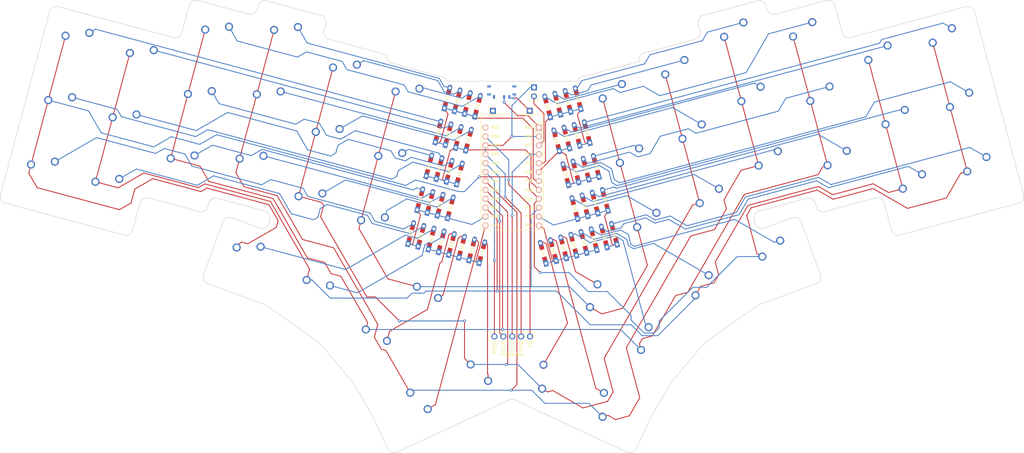
<source format=kicad_pcb>
(kicad_pcb (version 20211014) (generator pcbnew)
  (title_block (title "pcb") (rev "v1.0.0") (company "Unknown"))
  (layers (0 "F.Cu" signal) (31 "B.Cu" signal) (34 "B.Paste" user) (35 "F.Paste" user) (36 "B.SilkS" user "B.Silkscreen") (37 "F.SilkS" user "F.Silkscreen") (38 "B.Mask" user) (39 "F.Mask" user) (44 "Edge.Cuts" user))
  (net 0 "")
  (net 1 "farpinky_bottom")
  (net 2 "col1")
  (net 3 "farpinky_home")
  (net 4 "farpinky_top")
  (net 5 "pinky_bottom")
  (net 6 "col2")
  (net 7 "pinky_home")
  (net 8 "pinky_top")
  (net 9 "ring_bottom")
  (net 10 "col3")
  (net 11 "ring_home")
  (net 12 "ring_top")
  (net 13 "middle_bottom")
  (net 14 "col4")
  (net 15 "middle_home")
  (net 16 "middle_top")
  (net 17 "index_bottom")
  (net 18 "col5")
  (net 19 "index_home")
  (net 20 "index_top")
  (net 21 "inner_bottom")
  (net 22 "col6")
  (net 23 "inner_home")
  (net 24 "inner_top")
  (net 25 "tucky_thumb")
  (net 26 "near_thumb")
  (net 27 "home_thumb")
  (net 28 "home_top")
  (net 29 "far_thumb")
  (net 30 "far_top")
  (net 31 "mirror_farpinky_bottom")
  (net 32 "mirror_farpinky_home")
  (net 33 "mirror_farpinky_top")
  (net 34 "mirror_pinky_bottom")
  (net 35 "mirror_pinky_home")
  (net 36 "mirror_pinky_top")
  (net 37 "mirror_ring_bottom")
  (net 38 "mirror_ring_home")
  (net 39 "mirror_ring_top")
  (net 40 "mirror_middle_bottom")
  (net 41 "mirror_middle_home")
  (net 42 "mirror_middle_top")
  (net 43 "mirror_index_bottom")
  (net 44 "mirror_index_home")
  (net 45 "mirror_index_top")
  (net 46 "mirror_inner_bottom")
  (net 47 "mirror_inner_home")
  (net 48 "mirror_inner_top")
  (net 49 "mirror_tucky_thumb")
  (net 50 "mirror_near_thumb")
  (net 51 "mirror_home_thumb")
  (net 52 "mirror_home_top")
  (net 53 "mirror_far_thumb")
  (net 54 "mirror_far_top")
  (net 55 "RAW")
  (net 56 "GND")
  (net 57 "RST")
  (net 58 "VCC")
  (net 59 "P1")
  (net 60 "P0")
  (net 61 "P2")
  (net 62 "P3")
  (net 63 "row1")
  (net 64 "row2")
  (net 65 "row3")
  (net 66 "row1r")
  (net 67 "row2r")
  (net 68 "row3r")
  (net 69 "row4")
  (net 70 "row4r")
  (footprint "kbd:D3_TH_SMD_v2" (layer "F.Cu") (at 214.466261 82.334507 105)
    (fp_text reference "D36" hide)
    (fp_text value "D" hide)
  )
  (footprint "MX" (layer "F.Cu") (at 252.541159 138.291521 35)
    (fp_text reference "S44" hide)
    (fp_text value "" hide)
  )
  (footprint "MX" (layer "F.Cu") (at 289.938769 102.788635 15)
    (fp_text reference "S55" hide)
    (fp_text value "" hide)
  )
  (footprint "MX" (layer "F.Cu") (at 66.468945 86.19203 -15)
    (fp_text reference "S2" hide)
    (fp_text value "" hide)
  )
  (footprint "MX" (layer "F.Cu") (at 208.150582 162.642589 65)
    (fp_text reference "S72" hide)
    (fp_text value "" hide)
  )
  (footprint "MX" (layer "F.Cu") (at 265.37452 84.523979 15)
    (fp_text reference "S59" hide)
    (fp_text value "" hide)
  )
  (footprint "MX" (layer "F.Cu") (at 71.386508 67.839439 -15)
    (fp_text reference "S75" hide)
    (fp_text value "" hide)
  )
  (footprint "MX" (layer "F.Cu") (at 119.851196 128.448217 -20)
    (fp_text reference "S91" hide)
    (fp_text value "" hide)
  )
  (footprint "MX" (layer "F.Cu") (at 248.574846 95.237097 15)
    (fp_text reference "S38" hide)
    (fp_text value "" hide)
  )
  (footprint "kbd:D3_TH_SMD_v2" (layer "F.Cu") (at 185.839087 84.481079 75)
    (fp_text reference "D36" hide)
    (fp_text value "D" hide)
  )
  (footprint "kbd:D3_TH_SMD_v2" (layer "F.Cu") (at 169.381184 111.129481 75)
    (fp_text reference "D45" hide)
    (fp_text value "D" hide)
  )
  (footprint "MX" (layer "F.Cu") (at 138.760005 138.291519 -35)
    (fp_text reference "S20" hide)
    (fp_text value "" hide)
  )
  (footprint "kbd:D3_TH_SMD_v2" (layer "F.Cu") (at 172.278959 111.905939 75)
    (fp_text reference "D46" hide)
    (fp_text value "D" hide)
  )
  (footprint "kbd:D3_TH_SMD_v2" (layer "F.Cu") (at 224.819024 120.971539 105)
    (fp_text reference "D60" hide)
    (fp_text value "D" hide)
  )
  (footprint "MX" (layer "F.Cu") (at 61.551382 104.54462 -15)
    (fp_text reference "S73" hide)
    (fp_text value "" hide)
  )
  (footprint "MX" (layer "F.Cu") (at 89.739097 72.757001 -15)
    (fp_text reference "S6" hide)
    (fp_text value "" hide)
  )
  (footprint "MX" (layer "F.Cu") (at 319.914656 67.839439 15)
    (fp_text reference "S27" hide)
    (fp_text value "" hide)
  )
  (footprint "kbd:D3_TH_SMD_v2" (layer "F.Cu") (at 178.074517 113.458853 75)
    (fp_text reference "D48" hide)
    (fp_text value "D" hide)
  )
  (footprint "MX" (layer "F.Cu") (at 125.92664 84.523978 -15)
    (fp_text reference "S83" hide)
    (fp_text value "" hide)
  )
  (footprint "MX" (layer "F.Cu") (at 165.478833 83.733916 -15)
    (fp_text reference "S18" hide)
    (fp_text value "" hide)
  )
  (footprint "MX" (layer "F.Cu") (at 84.821534 91.109592 -15)
    (fp_text reference "S77" hide)
    (fp_text value "" hide)
  )
  (footprint "kbd:D3_TH_SMD_v2" (layer "F.Cu") (at 166.792994 120.78874 75)
    (fp_text reference "D49" hide)
    (fp_text value "D" hide)
  )
  (footprint "MX" (layer "F.Cu") (at 142.726315 95.237095 -15)
    (fp_text reference "S86" hide)
    (fp_text value "" hide)
  )
  (footprint "MX" (layer "F.Cu") (at 183.150583 162.642588 -65)
    (fp_text reference "S96" hide)
    (fp_text value "" hide)
  )
  (footprint "kbd:D3_TH_SMD_v2" (layer "F.Cu") (at 216.125692 123.300909 105)
    (fp_text reference "D57" hide)
    (fp_text value "D" hide)
  )
  (footprint "kbd:D3_TH_SMD_v2" (layer "F.Cu") (at 213.847087 103.205937 105)
    (fp_text reference "D42" hide)
    (fp_text value "D" hide)
  )
  (footprint "kbd:D3_TH_SMD_v2" (layer "F.Cu") (at 222.230833 111.312282 105)
    (fp_text reference "D48" hide)
    (fp_text value "D" hide)
  )
  (footprint "MX" (layer "F.Cu") (at 230.739894 102.086506 15)
    (fp_text reference "S65" hide)
    (fp_text value "" hide)
  )
  (footprint "MX" (layer "F.Cu") (at 252.541159 138.291521 35)
    (fp_text reference "S68" hide)
    (fp_text value "" hide)
  )
  (footprint "MX" (layer "F.Cu") (at 225.370428 170.672337 65)
    (fp_text reference "S71" hide)
    (fp_text value "" hide)
  )
  (footprint "kbd:D3_TH_SMD_v2" (layer "F.Cu") (at 219.642642 101.653024 105)
    (fp_text reference "D44" hide)
    (fp_text value "D" hide)
  )
  (footprint "MX" (layer "F.Cu") (at 154.476876 152.69338 -50)
    (fp_text reference "S21" hide)
    (fp_text value "" hide)
  )
  (footprint "MX" (layer "F.Cu") (at 121.009078 102.876569 -15)
    (fp_text reference "S82" hide)
    (fp_text value "" hide)
  )
  (footprint "MX" (layer "F.Cu") (at 137.808754 113.589683 -15)
    (fp_text reference "S13" hide)
    (fp_text value "" hide)
  )
  (footprint "kbd:D3_TH_SMD_v2" (layer "F.Cu") (at 177.76493 103.023139 75)
    (fp_text reference "D43" hide)
    (fp_text value "D" hide)
  )
  (footprint "MX" (layer "F.Cu") (at 71.386508 67.839439 -15)
    (fp_text reference "S3" hide)
    (fp_text value "" hide)
  )
  (footprint "MX" (layer "F.Cu") (at 235.657456 120.439099 15)
    (fp_text reference "S64" hide)
    (fp_text value "" hide)
  )
  (footprint "kbd:D3_TH_SMD_v2" (layer "F.Cu") (at 208.361119 94.323135 105)
    (fp_text reference "D37" hide)
    (fp_text value "D" hide)
  )
  (footprint "kbd:D3_TH_SMD_v2" (layer "F.Cu") (at 221.921246 121.747998 105)
    (fp_text reference "D59" hide)
    (fp_text value "D" hide)
  )
  (footprint "MX" (layer "F.Cu") (at 243.657284 76.884502 15)
    (fp_text reference "S39" hide)
    (fp_text value "" hide)
  )
  (footprint "MX" (layer "F.Cu") (at 125.92664 84.523978 -15)
    (fp_text reference "S11" hide)
    (fp_text value "" hide)
  )
  (footprint "MX" (layer "F.Cu") (at 236.824286 152.693379 50)
    (fp_text reference "S69" hide)
    (fp_text value "" hide)
  )
  (footprint "MX" (layer "F.Cu") (at 222.269444 140.48042 50)
    (fp_text reference "S46" hide)
    (fp_text value "" hide)
  )
  (footprint "kbd:D3_TH_SMD_v2" (layer "F.Cu") (at 175.176738 112.682393 75)
    (fp_text reference "D47" hide)
    (fp_text value "D" hide)
  )
  (footprint "MX" (layer "F.Cu") (at 253.492408 113.589681 15)
    (fp_text reference "S37" hide)
    (fp_text value "" hide)
  )
  (footprint "kbd:D3_TH_SMD_v2" (layer "F.Cu") (at 211.258894 93.546679 105)
    (fp_text reference "D38" hide)
    (fp_text value "D" hide)
  )
  (footprint "MX" (layer "F.Cu") (at 260.45696 66.171389 15)
    (fp_text reference "S36" hide)
    (fp_text value "" hide)
  )
  (footprint "MX" (layer "F.Cu") (at 183.150583 162.642588 -65)
    (fp_text reference "S24" hide)
    (fp_text value "" hide)
  )
  (footprint "kbd:D3_TH_SMD_v2" (layer "F.Cu") (at 177.455344 92.587419 75)
    (fp_text reference "D38" hide)
    (fp_text value "D" hide)
  )
  (footprint "nice_view:nice_view" (layer "F.Cu") (at 195.7 133.62)
    (fp_text reference "display*")
    (fp_text value "nice!view")
  )
  (footprint "MX" (layer "F.Cu") (at 121.009078 102.876569 -15)
    (fp_text reference "S10" hide)
    (fp_text value "" hide)
  )
  (footprint "kbd:D3_TH_SMD_v2" (layer "F.Cu") (at 175.486326 123.118112 75)
    (fp_text reference "D52" hide)
    (fp_text value "D" hide)
  )
  (footprint "MX" (layer "F.Cu") (at 306.479629 91.109592 15)
    (fp_text reference "S53" hide)
    (fp_text value "" hide)
  )
  (footprint "MX" (layer "F.Cu") (at 160.561269 102.086509 -15)
    (fp_text reference "S89" hide)
    (fp_text value "" hide)
  )
  (footprint "MX" (layer "F.Cu") (at 79.903975 109.462184 -15)
    (fp_text reference "S4" hide)
    (fp_text value "" hide)
  )
  (footprint "MX" (layer "F.Cu") (at 319.914656 67.839439 15)
    (fp_text reference "S51" hide)
    (fp_text value "" hide)
  )
  (footprint "kbd:D3_TH_SMD_v2" (layer "F.Cu") (at 205.772929 84.663876 105)
    (fp_text reference "D33" hide)
    (fp_text value "D" hide)
  )
  (footprint "MX" (layer "F.Cu") (at 106.279953 84.436044 -15)
    (fp_text reference "S80" hide)
    (fp_text value "" hide)
  )
  (footprint "kbd:D3_TH_SMD_v2" (layer "F.Cu") (at 178.384104 123.894566 75)
    (fp_text reference "D53" hide)
    (fp_text value "D" hide)
  )
  (footprint "MX" (layer "F.Cu") (at 285.021209 84.436044 15)
    (fp_text reference "S32" hide)
    (fp_text value "" hide)
  )
  (footprint "MX" (layer "F.Cu") (at 119.851196 128.448217 -20)
    (fp_text reference "S19" hide)
    (fp_text value "" hide)
  )
  (footprint "MX" (layer "F.Cu") (at 280.103648 66.083454 15)
    (fp_text reference "S33" hide)
    (fp_text value "" hide)
  )
  (footprint "Connector_PinHeader_2.54mm:PinHeader_1x01_P2.54mm_Vertical" (layer "F.Cu") (at 190.2 85.8)
    (fp_text reference "REF**" hide)
    (fp_text value "PinHeader_1x01_P2.54mm_Vertical" hide)
  )
  (footprint "Connector_PinHeader_2.54mm:PinHeader_1x02_P2.54mm_Vertical" (layer "F.Cu") (at 201.9 79.125)
    (fp_text reference "REF**" hide)
    (fp_text value "PinHeader_1x02_P2.54mm_Vertical" hide)
  )
  (footprint "MX" (layer "F.Cu") (at 230.739894 102.086506 15)
    (fp_text reference "S41" hide)
    (fp_text value "" hide)
  )
  (footprint "MX" (layer "F.Cu") (at 243.657284 76.884502 15)
    (fp_text reference "S63" hide)
    (fp_text value "" hide)
  )
  (footprint "MX" (layer "F.Cu") (at 324.832218 86.192029 15)
    (fp_text reference "S26" hide)
    (fp_text value "" hide)
  )
  (footprint "kbd:D3_TH_SMD_v2" (layer "F.Cu") (at 184.17966 125.44748 75)
    (fp_text reference "D55" hide)
    (fp_text value "D" hide)
  )
  (footprint "MX" (layer "F.Cu") (at 301.562066 72.757 15)
    (fp_text reference "S54" hide)
    (fp_text value "" hide)
  )
  (footprint "MX" (layer "F.Cu") (at 248.574846 95.237097 15)
    (fp_text reference "S62" hide)
    (fp_text value "" hide)
  )
  (footprint "kbd:D3_TH_SMD_v2" (layer "F.Cu") (at 216.744865 102.429481 105)
    (fp_text reference "D43" hide)
    (fp_text value "D" hide)
  )
  (footprint "MX" (layer "F.Cu") (at 66.468945 86.19203 -15)
    (fp_text reference "S74" hide)
    (fp_text value "" hide)
  )
  (footprint "MX" (layer "F.Cu") (at 165.478833 83.733916 -15)
    (fp_text reference "S90" hide)
    (fp_text value "" hide)
  )
  (footprint "MX" (layer "F.Cu") (at 271.449968 128.448217 20)
    (fp_text reference "S67" hide)
    (fp_text value "" hide)
  )
  (footprint "MX" (layer "F.Cu") (at 270.292083 102.876568 15)
    (fp_text reference "S34" hide)
    (fp_text value "" hide)
  )
  (footprint "MX" (layer "F.Cu") (at 253.492408 113.589681 15)
    (fp_text reference "S61" hide)
    (fp_text value "" hide)
  )
  (footprint "kbd:D3_TH_SMD_v2" (layer "F.Cu") (at 180.662706 103.799592 75)
    (fp_text reference "D44" hide)
    (fp_text value "D" hide)
  )
  (footprint "kbd:D3_TH_SMD_v2" (layer "F.Cu") (at 210.949307 103.982395 105)
    (fp_text reference "D41" hide)
    (fp_text value "D" hide)
  )
  (footprint "ProMicro" (layer "F.Cu") (at 195.696381 104.544622 -90)
    (fp_text reference "MCU1" hide)
    (fp_text value "" hide)
  )
  (footprint "MX" (layer "F.Cu") (at 208.150582 162.642589 65)
    (fp_text reference "S48" hide)
    (fp_text value "" hide)
  )
  (footprint "MX" (layer "F.Cu") (at 225.822334 83.733916 15)
    (fp_text reference "S42" hide)
    (fp_text value "" hide)
  )
  (footprint "MX" (layer "F.Cu") (at 165.930734 170.672336 -65)
    (fp_text reference "S23" hide)
    (fp_text value "" hide)
  )
  (footprint "MX" (layer "F.Cu") (at 260.45696 66.171389 15)
    (fp_text reference "S60" hide)
    (fp_text value "" hide)
  )
  (footprint "kbd:D3_TH_SMD_v2" (layer "F.Cu") (at 219.333057 112.088738 105)
    (fp_text reference "D47" hide)
    (fp_text value "D" hide)
  )
  (footprint "kbd:D3_TH_SMD_v2" (layer "F.Cu") (at 210.330135 124.853825 105)
    (fp_text reference "D51" hide)
    (fp_text value "D" hide)
  )
  (footprint "MX" (layer "F.Cu") (at 235.657456 120.439099 15)
    (fp_text reference "S40" hide)
    (fp_text value "" hide)
  )
  (footprint "MX" (layer "F.Cu") (at 138.760005 138.291519 -35)
    (fp_text reference "S92" hide)
    (fp_text value "" hide)
  )
  (footprint "MX" (layer "F.Cu") (at 169.03172 140.480418 -50)
    (fp_text reference "S22" hide)
    (fp_text value "" hide)
  )
  (footprint "MX" (layer "F.Cu") (at 147.64388 76.884502 -15)
    (fp_text reference "S15" hide)
    (fp_text value "" hide)
  )
  (footprint "Connector_PinHeader_2.54mm:PinHeader_1x01_P2.54mm_Vertical" (layer "F.Cu") (at 200.7 85.8)
    (fp_text reference "REF**" hide)
    (fp_text value "PinHeader_1x01_P2.54mm_Vertical" hide)
  )
  (footprint "MX" (layer "F.Cu") (at 311.39719 109.462184 15)
    (fp_text reference "S52" hide)
    (fp_text value "" hide)
  )
  (footprint "MX" (layer "F.Cu") (at 101.362393 102.788635 -15)
    (fp_text reference "S7" hide)
    (fp_text value "" hide)
  )
  (footprint "MX" (layer "F.Cu") (at 280.103648 66.083454 15)
    (fp_text reference "S57" hide)
    (fp_text value "" hide)
  )
  (footprint "MX" (layer "F.Cu") (at 101.362393 102.788635 -15)
    (fp_text reference "S79" hide)
    (fp_text value "" hide)
  )
  (footprint "kbd:D3_TH_SMD_v2" (layer "F.Cu") (at 208.670706 83.887418 105)
    (fp_text reference "D34" hide)
    (fp_text value "D" hide)
  )
  (footprint "MX" (layer "F.Cu") (at 137.808754 113.589683 -15)
    (fp_text reference "S85" hide)
    (fp_text value "" hide)
  )
  (footprint "MX" (layer "F.Cu") (at 89.739097 72.757001 -15)
    (fp_text reference "S78" hide)
    (fp_text value "" hide)
  )
  (footprint "kbd:D3_TH_SMD_v2" (layer "F.Cu") (at 213.537501 113.641651 105)
    (fp_text reference "D45" hide)
    (fp_text value "D" hide)
  )
  (footprint "MX" (layer "F.Cu") (at 169.03172 140.480418 -50)
    (fp_text reference "S94" hide)
    (fp_text value "" hide)
  )
  (footprint "kbd:D3_TH_SMD_v2" (layer "F.Cu") (at 214.156676 92.770222 105)
    (fp_text reference "D39" hide)
    (fp_text value "D" hide)
  )
  (footprint "MX" (layer "F.Cu") (at 289.938769 102.788635 15)
    (fp_text reference "S31" hide)
    (fp_text value "" hide)
  )
  (footprint "MX" (layer "F.Cu") (at 61.551382 104.54462 -15)
    (fp_text reference "S1" hide)
    (fp_text value "" hide)
  )
  (footprint "kbd:D3_TH_SMD_v2" (layer "F.Cu") (at 172.588548 122.341654 75)
    (fp_text reference "D51" hide)
    (fp_text value "D" hide)
  )
  (footprint "kbd:D3_TH_SMD_v2" (layer "F.Cu") (at 174.867152 102.246681 75)
    (fp_text reference "D42" hide)
    (fp_text value "D" hide)
  )
  (footprint "MX" (layer "F.Cu") (at 111.197516 66.083454 -15)
    (fp_text reference "S81" hide)
    (fp_text value "" hide)
  )
  (footprint "MX" (layer "F.Cu") (at 225.370428 170.672337 65)
    (fp_text reference "S47" hide)
    (fp_text value "" hide)
  )
  (footprint "kbd:D3_TH_SMD_v2" (layer "F.Cu") (at 204.534581 126.406739 105)
    (fp_text reference "D49" hide)
    (fp_text value "D" hide)
  )
  (footprint "MX" (layer "F.Cu") (at 165.930734 170.672336 -65)
    (fp_text reference "S95" hide)
    (fp_text value "" hide)
  )
  (footprint "kbd:D3_TH_SMD_v2" (layer "F.Cu") (at 174.557566 91.810965 75)
    (fp_text reference "D37" hide)
    (fp_text value "D" hide)
  )
  (footprint "MX" (layer "F.Cu") (at 84.821534 91.109592 -15)
    (fp_text reference "S5" hide)
    (fp_text value "" hide)
  )
  (footprint "kbd:D3_TH_SMD_v2" (layer "F.Cu") (at 213.227913 124.077369 105)
    (fp_text reference "D52" hide)
    (fp_text value "D" hide)
  )
  (footprint "kbd:D3_TH_SMD_v2" (layer "F.Cu") (at 207.432359 125.630282 105)
    (fp_text reference "D50" hide)
    (fp_text value "D" hide)
  )
  (footprint "MX" (layer "F.Cu") (at 265.37452 84.523979 15)
    (fp_text reference "S35" hide)
    (fp_text value "" hide)
  )
  (footprint "kbd:D3_TH_SMD_v2" (layer "F.Cu") (at 216.435277 112.865198 105)
    (fp_text reference "D46" hide)
    (fp_text value "D" hide)
  )
  (footprint "MX" (layer "F.Cu") (at 79.903975 109.462184 -15)
    (fp_text reference "S76" hide)
    (fp_text value "" hide)
  )
  (footprint "kbd:D3_TH_SMD_v2" (layer "F.Cu") (at 217.054452 91.993764 105)
    (fp_text reference "D40" hide)
    (fp_text value "D" hide)
  )
  (footprint "kbd:D3_TH_SMD_v2" (layer "F.Cu") (at 169.690771 121.565197 75)
    (fp_text reference "D50" hide)
    (fp_text value "D" hide)
  )
  (footprint "MX" (layer "F.Cu") (at 236.824286 152.693379 50)
    (fp_text reference "S45" hide)
    (fp_text value "" hide)
  )
  (footprint "kbd:D3_TH_SMD_v2" (layer "F.Cu") (at 183.2509 94.140335 75)
    (fp_text reference "D40" hide)
    (fp_text value "D" hide)
  )
  (footprint "MX" (layer "F.Cu") (at 329.749781 104.54462 15)
    (fp_text reference "S25" hide)
    (fp_text value "" hide)
  )
  (footprint "MX" (layer "F.Cu") (at 270.292083 102.876568 15)
    (fp_text reference "S58" hide)
    (fp_text value "" hide)
  )
  (footprint "MX" (layer "F.Cu") (at 222.269444 140.48042 50)
    (fp_text reference "S70" hide)
    (fp_text value "" hide)
  )
  (footprint "kbd:D3_TH_SMD_v2" (layer "F.Cu") (at 180.043532 82.928164 75)
    (fp_text reference "D34" hide)
    (fp_text value "D" hide)
  )
  (footprint "MX" (layer "F.Cu") (at 142.726315 95.237095 -15)
    (fp_text reference "S14" hide)
    (fp_text value "" hide)
  )
  (footprint "MX" (layer "F.Cu") (at 111.197516 66.083454 -15)
    (fp_text reference "S9" hide)
    (fp_text value "" hide)
  )
  (footprint "MX" (layer "F.Cu") (at 225.822334 83.733916 15)
    (fp_text reference "S66" hide)
    (fp_text value "" hide)
  )
  (footprint "MX" (layer "F.Cu") (at 155.643705 120.4391 -15)
    (fp_text reference "S88" hide)
    (fp_text value "" hide)
  )
  (footprint "kbd:D3_TH_SMD_v2" (layer "F.Cu") (at 182.941312 83.70462 75)
    (fp_text reference "D35" hide)
    (fp_text value "D" hide)
  )
  (footprint "kbd:D3_TH_SMD_v2" (layer "F.Cu") (at 181.281881 124.671025 75)
    (fp_text reference "D54" hide)
    (fp_text value "D" hide)
  )
  (footprint "kbd:D3_TH_SMD_v2" (layer "F.Cu") (at 180.353122 93.363876 75)
    (fp_text reference "D39" hide)
    (fp_text value "D" hide)
  )
  (footprint "kbd:D3_TH_SMD_v2" (layer "F.Cu") (at 211.568482 83.110964 105)
    (fp_text reference "D35" hide)
    (fp_text value "D" hide)
  )
  (footprint "MX" (layer "F.Cu") (at 130.844203 66.171386 -15)
    (fp_text reference "S12" hide)
    (fp_text value "" hide)
  )
  (footprint "MX" (layer "F.Cu") (at 130.844203 66.171386 -15)
    (fp_text reference "S84" hide)
    (fp_text value "" hide)
  )
  (footprint "MX" (layer "F.Cu") (at 306.479629 91.109592 15)
    (fp_text reference "S29" hide)
    (fp_text value "" hide)
  )
  (footprint "kbd:D3_TH_SMD_v2" (layer "F.Cu") (at 187.077435 126.223937 75)
    (fp_text reference "D56" hide)
    (fp_text value "D" hide)
  )
  (footprint "MX" (layer "F.Cu") (at 106.279953 84.436044 -15)
    (fp_text reference "S8" hide)
    (fp_text value "" hide)
  )
  (footprint "MX" (layer "F.Cu") (at 154.476876 152.69338 -50)
    (fp_text reference "S93" hide)
    (fp_text value "" hide)
  )
  (footprint "kbd:D3_TH_SMD_v2" (layer "F.Cu") (at 177.145754 82.151705 75)
    (fp_text reference "D33" hide)
    (fp_text value "D" hide)
  )
  (footprint "MX" (layer "F.Cu") (at 147.64388 76.884502 -15)
    (fp_text reference "S87" hide)
    (fp_text value "" hide)
  )
  (footprint "MX" (layer "F.Cu") (at 155.643705 120.4391 -15)
    (fp_text reference "S16" hide)
    (fp_text value "" hide)
  )
  (footprint "MX" (layer "F.Cu") (at 329.749781 104.54462 15)
    (fp_text reference "S49" hide)
    (fp_text value "" hide)
  )
  (footprint "kbd:D3_TH_SMD_v2" (layer "F.Cu") (at 219.023467 122.524452 105)
    (fp_text reference "D58" hide)
    (fp_text value "D" hide)
  )
  (footprint "kbd:D3_TH_SMD_v2" (layer "F.Cu") (at 171.969373 101.470223 75)
    (fp_text reference "D41" hide)
    (fp_text value "D" hide)
  )
  (footprint "MX" (layer "F.Cu") (at 271.449968 128.448217 20)
    (fp_text reference "S43" hide)
    (fp_text value "" hide)
  )
  (footprint "MX" (layer "F.Cu") (at 285.021209 84.436044 15)
    (fp_text reference "S56" hide)
    (fp_text value "" hide)
  )
  (footprint "MX" (layer "F.Cu") (at 311.39719 109.462184 15)
    (fp_text reference "S28" hide)
    (fp_text value "" hide)
  )
  (footprint "MX" (layer "F.Cu") (at 160.561269 102.086509 -15)
    (fp_text reference "S17" hide)
    (fp_text value "" hide)
  )
  (footprint "MX" (layer "F.Cu") (at 301.562066 72.757 15)
    (fp_text reference "S30" hide)
    (fp_text value "" hide)
  )
  (footprint "MX" (layer "F.Cu") (at 324.832218 86.192029 15)
    (fp_text reference "S50" hide)
    (fp_text value "" hide)
  )
  (footprint "switch:switch-MSK-12C02-smd" (layer "B.Cu") (at 192.7 78.6375 -90)
    (fp_text reference "SW1" hide)
    (fp_text value "SW_SPDT" hide)
  )
  (gr_line (start 123.255496 55.85579) (end 122.996677 56.821714) (layer "Edge.Cuts") (width 0.15))
  (gr_line (start 125.511904 141.222848) (end 139.246318 150.839787) (layer "Edge.Cuts") (width 0.15))
  (gr_line (start 282.091244 112.138306) (end 282.350064 113.104231) (layer "Edge.Cuts") (width 0.15))
  (gr_arc (start 279.641757 110.724093) (mid 281.159368 110.923918) (end 282.091244 112.138306) (layer "Edge.Cuts") (width 0.15))
  (gr_line (start 252.054846 150.839786) (end 265.789261 141.222846) (layer "Edge.Cuts") (width 0.15))
  (gr_arc (start 141.1598 58.582682) (mid 142.374257 59.514526) (end 142.574012 61.032169) (layer "Edge.Cuts") (width 0.15))
  (gr_arc (start 108.913453 135.108983) (mid 107.784924 134.074831) (end 107.718106 132.545559) (layer "Edge.Cuts") (width 0.15))
  (gr_line (start 240.806201 163.505161) (end 249.367187 153.302571) (layer "Edge.Cuts") (width 0.15))
  (gr_arc (start 162.906451 183.116362) (mid 161.377165 183.183138) (end 160.248602 182.148982) (layer "Edge.Cuts") (width 0.15))
  (gr_line (start 285.242863 54.353645) (end 270.753976 58.235927) (layer "Edge.Cuts") (width 0.15))
  (gr_line (start 264.985499 117.845461) (end 264.704581 116.79705) (layer "Edge.Cuts") (width 0.15))
  (gr_arc (start 125.048789 140.981767) (mid 125.28825 141.087126) (end 125.511904 141.222848) (layer "Edge.Cuts") (width 0.15))
  (gr_arc (start 265.596179 54.441576) (mid 267.113834 54.641362) (end 268.045664 55.855791) (layer "Edge.Cuts") (width 0.15))
  (gr_arc (start 341.479591 109.683837) (mid 341.279783 111.201469) (end 340.065377 112.133327) (layer "Edge.Cuts") (width 0.15))
  (gr_arc (start 265.789261 141.222846) (mid 266.012916 141.087127) (end 266.252374 140.981767) (layer "Edge.Cuts") (width 0.15))
  (gr_line (start 268.304483 56.821713) (end 268.045664 55.855791) (layer "Edge.Cuts") (width 0.15))
  (gr_line (start 231.927474 71.745287) (end 231.927474 71.745287) (layer "Edge.Cuts") (width 0.15))
  (gr_arc (start 270.753974 58.235929) (mid 269.236354 58.036107) (end 268.304483 56.821713) (layer "Edge.Cuts") (width 0.15))
  (gr_line (start 266.118794 114.347559) (end 279.641757 110.724091) (layer "Edge.Cuts") (width 0.15))
  (gr_line (start 327.503362 57.523845) (end 341.479591 109.683837) (layer "Edge.Cuts") (width 0.15))
  (gr_line (start 212.081168 175.509231) (end 212.987479 175.931851) (layer "Edge.Cuts") (width 0.15))
  (gr_arc (start 284.799555 114.518448) (mid 283.281886 114.318669) (end 282.350064 113.104231) (layer "Edge.Cuts") (width 0.15))
  (gr_line (start 141.1598 58.582682) (end 125.704986 54.441575) (layer "Edge.Cuts") (width 0.15))
  (gr_arc (start 123.255496 55.85579) (mid 124.187355 54.641389) (end 125.704984 54.441576) (layer "Edge.Cuts") (width 0.15))
  (gr_line (start 139.246318 150.839787) (end 141.933976 153.30257) (layer "Edge.Cuts") (width 0.15))
  (gr_arc (start 283.583056 132.545559) (mid 283.516267 134.074824) (end 282.387712 135.108985) (layer "Edge.Cuts") (width 0.15))
  (gr_line (start 306.257976 121.191995) (end 340.065377 112.133327) (layer "Edge.Cuts") (width 0.15))
  (gr_arc (start 214.153546 77.369954) (mid 214.682287 76.59422) (end 215.506736 76.145211) (layer "Edge.Cuts") (width 0.15))
  (gr_arc (start 306.257972 121.191994) (mid 304.740317 120.992204) (end 303.808483 119.777777) (layer "Edge.Cuts") (width 0.15))
  (gr_arc (start 299.288443 110.63616) (mid 300.806064 110.835973) (end 301.737933 112.050371) (layer "Edge.Cuts") (width 0.15))
  (gr_line (start 265.596179 54.441576) (end 250.141364 58.582679) (layer "Edge.Cuts") (width 0.15))
  (gr_arc (start 109.209919 112.138306) (mid 110.141778 110.923905) (end 111.659408 110.724089) (layer "Edge.Cuts") (width 0.15))
  (gr_line (start 141.933976 153.30257) (end 150.494965 163.505162) (layer "Edge.Cuts") (width 0.15))
  (gr_arc (start 264.704581 116.79705) (mid 264.904392 115.279423) (end 266.118794 114.347559) (layer "Edge.Cuts") (width 0.15))
  (gr_line (start 231.052561 182.148981) (end 235.376334 172.876623) (layer "Edge.Cuts") (width 0.15))
  (gr_line (start 113.190432 117.510475) (end 107.718106 132.545559) (layer "Edge.Cuts") (width 0.15))
  (gr_arc (start 249.244786 62.964021) (mid 249.045011 64.481683) (end 247.830573 65.413511) (layer "Edge.Cuts") (width 0.15))
  (gr_arc (start 87.492677 119.77778) (mid 86.560835 120.992203) (end 85.04319 121.191994) (layer "Edge.Cuts") (width 0.15))
  (gr_arc (start 89.563233 112.050373) (mid 90.495094 110.835971) (end 92.012724 110.636162) (layer "Edge.Cuts") (width 0.15))
  (gr_arc (start 125.182368 114.347557) (mid 126.39683 115.279403) (end 126.596584 116.79705) (layer "Edge.Cuts") (width 0.15))
  (gr_arc (start 122.996676 56.821716) (mid 122.064833 58.036139) (end 120.547187 58.235929) (layer "Edge.Cuts") (width 0.15))
  (gr_line (start 159.891328 69.813435) (end 159.891328 69.813435) (layer "Edge.Cuts") (width 0.15))
  (gr_line (start 275.547307 116.315133) (end 267.601393 119.207209) (layer "Edge.Cuts") (width 0.15))
  (gr_arc (start 231.927474 71.745287) (mid 232.127297 70.227674) (end 233.341686 69.295798) (layer "Edge.Cuts") (width 0.15))
  (gr_line (start 108.951099 113.104231) (end 109.209919 112.138306) (layer "Edge.Cuts") (width 0.15))
  (gr_arc (start 248.72715 61.03217) (mid 248.926952 59.514526) (end 250.141364 58.582679) (layer "Edge.Cuts") (width 0.15))
  (gr_line (start 162.906451 183.116362) (end 194.805346 168.241664) (layer "Edge.Cuts") (width 0.15))
  (gr_arc (start 231.052561 182.148982) (mid 229.923986 183.183136) (end 228.394708 183.116359) (layer "Edge.Cuts") (width 0.15))
  (gr_line (start 120.547187 58.235929) (end 106.058301 54.353642) (layer "Edge.Cuts") (width 0.15))
  (gr_line (start 301.737933 112.050371) (end 303.808483 119.777777) (layer "Edge.Cuts") (width 0.15))
  (gr_line (start 51.235787 112.133326) (end 85.043189 121.191995) (layer "Edge.Cuts") (width 0.15))
  (gr_line (start 92.012724 110.636162) (end 106.501609 114.518447) (layer "Edge.Cuts") (width 0.15))
  (gr_line (start 283.583056 132.545559) (end 278.110734 117.510478) (layer "Edge.Cuts") (width 0.15))
  (gr_line (start 123.699771 119.207207) (end 115.753854 116.315132) (layer "Edge.Cuts") (width 0.15))
  (gr_line (start 284.799556 114.518443) (end 299.288443 110.63616) (layer "Edge.Cuts") (width 0.15))
  (gr_arc (start 275.547308 116.315131) (mid 277.076568 116.381921) (end 278.110734 117.510478) (layer "Edge.Cuts") (width 0.15))
  (gr_arc (start 51.235787 112.133326) (mid 50.02142 111.201468) (end 49.821572 109.683836) (layer "Edge.Cuts") (width 0.15))
  (gr_arc (start 108.951096 113.104233) (mid 108.019254 114.318656) (end 106.501609 114.518447) (layer "Edge.Cuts") (width 0.15))
  (gr_line (start 108.913448 135.108982) (end 125.048792 140.981765) (layer "Edge.Cuts") (width 0.15))
  (gr_line (start 111.659408 110.724089) (end 125.182368 114.347557) (layer "Edge.Cuts") (width 0.15))
  (gr_arc (start 325.053874 56.109629) (mid 326.571502 56.309434) (end 327.503362 57.523845) (layer "Edge.Cuts") (width 0.15))
  (gr_line (start 212.987479 175.931851) (end 228.394708 183.116359) (layer "Edge.Cuts") (width 0.15))
  (gr_line (start 126.596584 116.79705) (end 126.315659 117.845461) (layer "Edge.Cuts") (width 0.15))
  (gr_line (start 292.212392 64.909476) (end 325.053874 56.109629) (layer "Edge.Cuts") (width 0.15))
  (gr_line (start 266.252374 140.981767) (end 282.387712 135.108985) (layer "Edge.Cuts") (width 0.15))
  (gr_arc (start 101.538257 63.495263) (mid 100.606414 64.709689) (end 99.088767 64.909477) (layer "Edge.Cuts") (width 0.15))
  (gr_arc (start 267.601393 119.207209) (mid 265.993865 119.101843) (end 264.985499 117.845461) (layer "Edge.Cuts") (width 0.15))
  (gr_line (start 159.891328 69.813435) (end 143.470586 65.413511) (layer "Edge.Cuts") (width 0.15))
  (gr_line (start 235.376334 172.876623) (end 240.806201 163.505161) (layer "Edge.Cuts") (width 0.15))
  (gr_line (start 142.056373 62.964024) (end 142.574012 61.032169) (layer "Edge.Cuts") (width 0.15))
  (gr_arc (start 175.794427 76.145208) (mid 176.618898 76.594208) (end 177.147619 77.369955) (layer "Edge.Cuts") (width 0.15))
  (gr_line (start 231.927474 71.745287) (end 215.506736 76.145211) (layer "Edge.Cuts") (width 0.15))
  (gr_arc (start 103.608809 55.767856) (mid 104.540667 54.553489) (end 106.058301 54.353642) (layer "Edge.Cuts") (width 0.15))
  (gr_arc (start 292.212392 64.909476) (mid 290.694786 64.709646) (end 289.762905 63.495265) (layer "Edge.Cuts") (width 0.15))
  (gr_line (start 214.153546 77.369954) (end 177.147619 77.369955) (layer "Edge.Cuts") (width 0.15))
  (gr_arc (start 113.190432 117.510475) (mid 114.224582 116.381949) (end 115.753854 116.315132) (layer "Edge.Cuts") (width 0.15))
  (gr_arc (start 126.31566 117.84546) (mid 125.307316 119.101856) (end 123.699771 119.207207) (layer "Edge.Cuts") (width 0.15))
  (gr_line (start 175.794425 76.14521) (end 161.30554 72.262925) (layer "Edge.Cuts") (width 0.15))
  (gr_line (start 155.924829 172.876619) (end 160.248602 182.148982) (layer "Edge.Cuts") (width 0.15))
  (gr_line (start 196.495818 168.241663) (end 212.081168 175.509231) (layer "Edge.Cuts") (width 0.15))
  (gr_line (start 103.608809 55.767856) (end 101.538257 63.495263) (layer "Edge.Cuts") (width 0.15))
  (gr_line (start 289.762905 63.495265) (end 287.692352 55.767856) (layer "Edge.Cuts") (width 0.15))
  (gr_line (start 248.72715 61.03217) (end 249.244786 62.964021) (layer "Edge.Cuts") (width 0.15))
  (gr_arc (start 143.470589 65.413511) (mid 142.256225 64.481654) (end 142.056373 62.964024) (layer "Edge.Cuts") (width 0.15))
  (gr_line (start 150.494965 163.505162) (end 155.924829 172.876619) (layer "Edge.Cuts") (width 0.15))
  (gr_arc (start 63.797801 57.523842) (mid 64.72966 56.309443) (end 66.247288 56.109629) (layer "Edge.Cuts") (width 0.15))
  (gr_line (start 247.830573 65.413511) (end 233.341686 69.295798) (layer "Edge.Cuts") (width 0.15))
  (gr_line (start 87.492681 119.777779) (end 89.563231 112.050373) (layer "Edge.Cuts") (width 0.15))
  (gr_arc (start 161.305541 72.262922) (mid 160.091177 71.331065) (end 159.891328 69.813435) (layer "Edge.Cuts") (width 0.15))
  (gr_arc (start 194.805343 168.241661) (mid 195.650583 168.054267) (end 196.495818 168.241663) (layer "Edge.Cuts") (width 0.15))
  (gr_line (start 249.367187 153.302571) (end 252.054846 150.839786) (layer "Edge.Cuts") (width 0.15))
  (gr_arc (start 285.242863 54.353645) (mid 286.76053 54.553415) (end 287.692352 55.767856) (layer "Edge.Cuts") (width 0.15))
  (gr_line (start 49.821572 109.683836) (end 63.797801 57.523842) (layer "Edge.Cuts") (width 0.15))
  (gr_line (start 66.247288 56.109629) (end 99.088767 64.909477) (layer "Edge.Cuts") (width 0.15))
  (segment (start 200.7 85.8) (end 197.1 82.2) (width 0.25) (layer "F.Cu") (net 0))
  (segment (start 197.1 82.2) (end 196.2 82.2) (width 0.25) (layer "F.Cu") (net 0))
  (via (at 196.2 82.2) (size 0.8) (drill 0.4) (layers "F.Cu" "B.Cu") (net 0))
  (segment (start 196.2 82.2) (end 195.2625 82.2) (width 0.25) (layer "B.Cu") (net 0))
  (segment (start 195.2625 82.2) (end 194.9 81.8375) (width 0.25) (layer "B.Cu") (net 0))
  (segment (start 96.48645 96.543905) (end 94.036959 97.958118) (width 0.25) (layer "B.Cu") (net 1))
  (segment (start 94.036959 97.958118) (end 77.187364 93.443281) (width 0.25) (layer "B.Cu") (net 1))
  (segment (start 136.101422 107.883395) (end 126.859398 105.407002) (width 0.25) (layer "B.Cu") (net 1))
  (segment (start 167.569452 117.890962) (end 164.779533 119.501721) (width 0.25) (layer "B.Cu") (net 1))
  (segment (start 164.779533 119.501721) (end 156.56146 117.299697) (width 0.25) (layer "B.Cu") (net 1))
  (segment (start 156.56146 117.299697) (end 155.217959 114.972681) (width 0.25) (layer "B.Cu") (net 1))
  (segment (start 102.378599 98.1227) (end 96.48645 96.543905) (width 0.25) (layer "B.Cu") (net 1))
  (segment (start 124.287434 106.891927) (end 104.358495 101.551984) (width 0.25) (layer "B.Cu") (net 1))
  (segment (start 104.358495 101.551984) (end 102.378599 98.1227) (width 0.25) (layer "B.Cu") (net 1))
  (segment (start 155.217959 114.972681) (end 137.444926 110.210412) (width 0.25) (layer "B.Cu") (net 1))
  (segment (start 137.444926 110.210412) (end 136.101422 107.883395) (width 0.25) (layer "B.Cu") (net 1))
  (segment (start 126.859398 105.407002) (end 124.287434 106.891927) (width 0.25) (layer "B.Cu") (net 1))
  (segment (start 77.187364 93.443281) (end 65.319633 100.295117) (width 0.25) (layer "B.Cu") (net 1))
  (segment (start 93.240711 105.14798) (end 88.096782 108.117827) (width 0.25) (layer "F.Cu") (net 2))
  (segment (start 88.096782 108.117827) (end 87.035625 112.078122) (width 0.25) (layer "F.Cu") (net 2))
  (segment (start 120.363285 123.699961) (end 128.446599 119.033056) (width 0.25) (layer "F.Cu") (net 2))
  (segment (start 282.659642 108.397174) (end 263.824087 113.444146) (width 0.25) (layer "F.Cu") (net 2))
  (segment (start 108.6715 107.833259) (end 106.956857 108.823207) (width 0.25) (layer "F.Cu") (net 2))
  (segment (start 186.3 104.6) (end 200 104.6) (width 0.25) (layer "F.Cu") (net 2))
  (segment (start 298.589122 107.959404) (end 287.191198 111.013469) (width 0.25) (layer "F.Cu") (net 2))
  (segment (start 63.446168 82.752477) (end 58.528606 101.105068) (width 0.25) (layer "F.Cu") (net 2))
  (segment (start 200.6 108.178241) (end 203.316381 110.894622) (width 0.25) (layer "F.Cu") (net 2))
  (segment (start 200.6 105.2) (end 200.6 108.178241) (width 0.25) (layer "F.Cu") (net 2))
  (segment (start 57.869835 103.563635) (end 58.528606 101.105068) (width 0.25) (layer "F.Cu") (net 2))
  (segment (start 118.624617 123.234086) (end 120.363285 123.699961) (width 0.25) (layer "F.Cu") (net 2))
  (segment (start 287.191198 111.013469) (end 282.659642 108.397174) (width 0.25) (layer "F.Cu") (net 2))
  (segment (start 203.685934 131.92205) (end 202 130.236116) (width 0.25) (layer "F.Cu") (net 2))
  (segment (start 117.139698 124.7583) (end 117.351094 123.969352) (width 0.25) (layer "F.Cu") (net 2))
  (segment (start 128.964236 117.101203) (end 126.347941 112.569647) (width 0.25) (layer "F.Cu") (net 2))
  (segment (start 325.412203 103.07727) (end 323.577678 103.568828) (width 0.25) (layer "F.Cu") (net 2))
  (segment (start 87.035625 112.078122) (end 83.728812 113.987311) (width 0.25) (layer "F.Cu") (net 2))
  (segment (start 320.49464 84.724678) (end 325.412203 103.07727) (width 0.25) (layer "F.Cu") (net 2))
  (segment (start 128.446599 119.033056) (end 128.964236 117.101203) (width 0.25) (layer "F.Cu") (net 2))
  (segment (start 315.57708 66.372088) (end 320.49464 84.724678) (width 0.25) (layer "F.Cu") (net 2))
  (segment (start 68.363731 64.399886) (end 63.446168 82.752477) (width 0.25) (layer "F.Cu") (net 2))
  (segment (start 200 104.6) (end 200.6 105.2) (width 0.25) (layer "F.Cu") (net 2))
  (segment (start 83.728812 113.987311) (end 60.256816 107.698007) (width 0.25) (layer "F.Cu") (net 2))
  (segment (start 262.551296 115.648688) (end 265.450703 126.469428) (width 0.25) (layer "F.Cu") (net 2))
  (segment (start 202 112.211003) (end 203.316381 110.894622) (width 0.25) (layer "F.Cu") (net 2))
  (segment (start 106.956857 108.823207) (end 93.240711 105.14798) (width 0.25) (layer "F.Cu") (net 2))
  (segment (start 202 130.236116) (end 202 112.211003) (width 0.25) (layer "F.Cu") (net 2))
  (segment (start 126.347941 112.569647) (end 108.6715 107.833259) (width 0.25) (layer "F.Cu") (net 2))
  (segment (start 323.577678 103.568828) (end 319.495227 110.639839) (width 0.25) (layer "F.Cu") (net 2))
  (segment (start 319.495227 110.639839) (end 308.387081 113.616258) (width 0.25) (layer "F.Cu") (net 2))
  (segment (start 117.351094 123.969352) (end 118.624617 123.234086) (width 0.25) (layer "F.Cu") (net 2))
  (segment (start 308.387081 113.616258) (end 298.589122 107.959404) (width 0.25) (layer "F.Cu") (net 2))
  (segment (start 265.450703 126.469428) (end 267.001009 127.364498) (width 0.25) (layer "F.Cu") (net 2))
  (segment (start 60.256816 107.698007) (end 57.869835 103.563635) (width 0.25) (layer "F.Cu") (net 2))
  (segment (start 263.824087 113.444146) (end 262.551296 115.648688) (width 0.25) (layer "F.Cu") (net 2))
  (via (at 203.685934 131.92205) (size 0.8) (drill 0.4) (layers "F.Cu" "B.Cu") (net 2))
  (via (at 186.3 104.6) (size 0.8) (drill 0.4) (layers "F.Cu" "B.Cu") (net 2))
  (segment (start 93.509167 96.086652) (end 98.530621 93.187515) (width 0.25) (layer "B.Cu") (net 2))
  (segment (start 251.085934 136.12205) (end 247.185933 136.12205) (width 0.25) (layer "B.Cu") (net 2))
  (segment (start 63.446168 82.752477) (end 74.931818 85.830047) (width 0.25) (layer "B.Cu") (net 2))
  (segment (start 229.585933 144.107413) (end 222.80057 137.32205) (width 0.25) (layer "B.Cu") (net 2))
  (segment (start 106.644398 95.361595) (end 111.420903 92.603878) (width 0.25) (layer "B.Cu") (net 2))
  (segment (start 236.185933 149.12205) (end 233.285933 149.12205) (width 0.25) (layer "B.Cu") (net 2))
  (segment (start 165.416157 107.071863) (end 168.110597 105.516227) (width 0.25) (layer "B.Cu") (net 2))
  (segment (start 186.3 104.6) (end 182.07164 108.82836) (width 0.25) (layer "B.Cu") (net 2))
  (segment (start 168.110597 105.516227) (end 180.47164 108.82836) (width 0.25) (layer "B.Cu") (net 2))
  (segment (start 78.537317 92.074956) (end 93.509167 96.086652) (width 0.25) (layer "B.Cu") (net 2))
  (segment (start 111.420903 92.603878) (end 165.416157 107.071863) (width 0.25) (layer "B.Cu") (net 2))
  (segment (start 98.530621 93.187515) (end 106.644398 95.361595) (width 0.25) (layer "B.Cu") (net 2))
  (segment (start 237.585934 145.72205) (end 237.585933 147.72205) (width 0.25) (layer "B.Cu") (net 2))
  (segment (start 217.285933 137.32205) (end 211.885933 131.92205) (width 0.25) (layer "B.Cu") (net 2))
  (segment (start 259.843489 127.364494) (end 251.085934 136.12205) (width 0.25) (layer "B.Cu") (net 2))
  (segment (start 233.285933 149.12205) (end 229.585933 145.42205) (width 0.25) (layer "B.Cu") (net 2))
  (segment (start 74.931818 85.830047) (end 78.537317 92.074956) (width 0.25) (layer "B.Cu") (net 2))
  (segment (start 229.585933 145.42205) (end 229.585933 144.107413) (width 0.25) (layer "B.Cu") (net 2))
  (segment (start 247.185933 136.12205) (end 237.585934 145.72205) (width 0.25) (layer "B.Cu") (net 2))
  (segment (start 222.80057 137.32205) (end 217.285933 137.32205) (width 0.25) (layer "B.Cu") (net 2))
  (segment (start 267.001008 127.364495) (end 259.843489 127.364494) (width 0.25) (layer "B.Cu") (net 2))
  (segment (start 182.07164 108.82836) (end 180.47164 108.82836) (width 0.25) (layer "B.Cu") (net 2))
  (segment (start 237.585933 147.72205) (end 236.185933 149.12205) (width 0.25) (layer "B.Cu") (net 2))
  (segment (start 211.885933 131.92205) (end 203.685934 131.92205) (width 0.25) (layer "B.Cu") (net 2))
  (segment (start 181.439165 100.901816) (end 181.431466 100.899754) (width 0.25) (layer "B.Cu") (net 3))
  (segment (start 181.431466 100.899754) (end 177.539277 103.146909) (width 0.25) (layer "B.Cu") (net 3))
  (segment (start 83.107101 85.391005) (end 70.237197 81.942529) (width 0.25) (layer "B.Cu") (net 3))
  (segment (start 108.899343 91.173607) (end 105.470059 93.153507) (width 0.25) (layer "B.Cu") (net 3))
  (segment (start 162.792927 104.475548) (end 161.445709 105.253362) (width 0.25) (layer "B.Cu") (net 3))
  (segment (start 167.397053 100.429309) (end 163.232922 102.833473) (width 0.25) (layer "B.Cu") (net 3))
  (segment (start 163.232922 102.833473) (end 162.792927 104.475548) (width 0.25) (layer "B.Cu") (net 3))
  (segment (start 161.445709 105.253362) (end 108.899343 91.173607) (width 0.25) (layer "B.Cu") (net 3))
  (segment (start 177.539277 103.146909) (end 167.397053 100.429309) (width 0.25) (layer "B.Cu") (net 3))
  (segment (start 84.316283 87.48537) (end 83.107101 85.391005) (width 0.25) (layer "B.Cu") (net 3))
  (segment (start 105.470059 93.153507) (end 84.316283 87.48537) (width 0.25) (layer "B.Cu") (net 3))
  (segment (start 175.334022 88.913186) (end 76.952585 62.55196) (width 0.25) (layer "B.Cu") (net 4))
  (segment (start 76.952585 62.55196) (end 75.15476 63.589936) (width 0.25) (layer "B.Cu") (net 4))
  (segment (start 88.55891 102.39135) (end 83.672227 105.212681) (width 0.25) (layer "B.Cu") (net 5))
  (segment (start 142.936831 112.510183) (end 140.977241 113.641554) (width 0.25) (layer "B.Cu") (net 5))
  (segment (start 140.977241 113.641554) (end 140.304311 116.152962) (width 0.25) (layer "B.Cu") (net 5))
  (segment (start 110.5455 104.348589) (end 105.89147 107.035595) (width 0.25) (layer "B.Cu") (net 5))
  (segment (start 154.431349 115.590131) (end 142.936831 112.510183) (width 0.25) (layer "B.Cu") (net 5))
  (segment (start 139.079566 116.860069) (end 132.704454 115.151863) (width 0.25) (layer "B.Cu") (net 5))
  (segment (start 129.381053 109.395564) (end 110.5455 104.348589) (width 0.25) (layer "B.Cu") (net 5))
  (segment (start 105.89147 107.035595) (end 88.55891 102.39135) (width 0.25) (layer "B.Cu") (net 5))
  (segment (start 170.467229 118.667418) (end 166.697512 120.843866) (width 0.25) (layer "B.Cu") (net 5))
  (segment (start 140.304311 116.152962) (end 139.079566 116.860069) (width 0.25) (layer "B.Cu") (net 5))
  (segment (start 166.697512 120.843866) (end 155.77485 117.917145) (width 0.25) (layer "B.Cu") (net 5))
  (segment (start 132.704454 115.151863) (end 129.381053 109.395564) (width 0.25) (layer "B.Cu") (net 5))
  (segment (start 155.77485 117.917145) (end 154.431349 115.590131) (width 0.25) (layer "B.Cu") (net 5))
  (segment (start 302.142051 89.642239) (end 307.059613 107.994832) (width 0.25) (layer "F.Cu") (net 6))
  (segment (start 191.403441 116.761682) (end 188.076381 113.434622) (width 0.25) (layer "F.Cu") (net 6))
  (segment (start 249.44594 135.828202) (end 247.963307 138.3962) (width 0.25) (layer "F.Cu") (net 6))
  (segment (start 302.958145 109.093817) (end 298.639027 106.600172) (width 0.25) (layer "F.Cu") (net 6))
  (segment (start 191.403441 137.196559) (end 191.403441 116.761682) (width 0.25) (layer "F.Cu") (net 6))
  (segment (start 307.059613 107.994832) (end 302.958145 109.093817) (width 0.25) (layer "F.Cu") (net 6))
  (segment (start 297.224488 71.28965) (end 302.142051 89.642239) (width 0.25) (layer "F.Cu") (net 6))
  (segment (start 81.798758 87.670041) (end 76.881196 106.022631) (width 0.25) (layer "F.Cu") (net 6))
  (segment (start 253.581194 128.922618) (end 254.564704 132.593136) (width 0.25) (layer "F.Cu") (net 6))
  (segment (start 254.564704 132.593136) (end 253.291913 134.797675) (width 0.25) (layer "F.Cu") (net 6))
  (segment (start 283.006259 107.372549) (end 262.915002 112.755984) (width 0.25) (layer "F.Cu") (net 6))
  (segment (start 137.926233 130.926777) (end 137.095919 134.025548) (width 0.25) (layer "F.Cu") (net 6))
  (segment (start 298.639027 106.600172) (end 287.047916 109.706002) (width 0.25) (layer "F.Cu") (net 6))
  (segment (start 253.291913 134.797675) (end 249.44594 135.828202) (width 0.25) (layer "F.Cu") (net 6))
  (segment (start 86.71632 69.31745) (end 81.798758 87.670041) (width 0.25) (layer "F.Cu") (net 6))
  (segment (start 83.349709 107.755864) (end 90.672461 103.52807) (width 0.25) (layer "F.Cu") (net 6))
  (segment (start 108.060986 106.634397) (end 126.799947 111.655484) (width 0.25) (layer "F.Cu") (net 6))
  (segment (start 76.881196 106.022631) (end 83.349709 107.755864) (width 0.25) (layer "F.Cu") (net 6))
  (segment (start 90.672461 103.52807) (end 106.223869 107.695058) (width 0.25) (layer "F.Cu") (net 6))
  (segment (start 126.799947 111.655484) (end 137.926233 130.926777) (width 0.25) (layer "F.Cu") (net 6))
  (segment (start 262.915002 112.755984) (end 253.581194 128.922618) (width 0.25) (layer "F.Cu") (net 6))
  (segment (start 106.223869 107.695058) (end 108.060986 106.634397) (width 0.25) (layer "F.Cu") (net 6))
  (segment (start 287.047916 109.706002) (end 283.006259 107.372549) (width 0.25) (layer "F.Cu") (net 6))
  (via (at 191.403441 137.196559) (size 0.8) (drill 0.4) (layers "F.Cu" "B.Cu") (net 6))
  (segment (start 217.912299 146.79656) (end 229.612299 146.796558) (width 0.25) (layer "B.Cu") (net 6))
  (segment (start 247.963308 139.145553) (end 247.963308 138.396199) (width 0.25) (layer "B.Cu") (net 6))
  (segment (start 191.403441 137.196559) (end 208.312299 137.19656) (width 0.25) (layer "B.Cu") (net 6))
  (segment (start 208.312299 137.19656) (end 217.912299 146.79656) (width 0.25) (layer "B.Cu") (net 6))
  (segment (start 171.1123 137.196558) (end 191.403441 137.196559) (width 0.25) (layer "B.Cu") (net 6))
  (segment (start 165.712299 139.19656) (end 167.112301 137.79656) (width 0.25) (layer "B.Cu") (net 6))
  (segment (start 167.112301 137.79656) (end 170.512301 137.796559) (width 0.25) (layer "B.Cu") (net 6))
  (segment (start 237.2123 149.896558) (end 247.963308 139.145553) (width 0.25) (layer "B.Cu") (net 6))
  (segment (start 247.963306 139.245551) (end 247.963308 138.396199) (width 0.25) (layer "B.Cu") (net 6))
  (segment (start 232.712299 149.896558) (end 237.2123 149.896558) (width 0.25) (layer "B.Cu") (net 6))
  (segment (start 229.612299 146.796558) (end 232.712299 149.896558) (width 0.25) (layer "B.Cu") (net 6))
  (segment (start 138.641289 134.025548) (end 143.812301 139.19656) (width 0.25) (layer "B.Cu") (net 6))
  (segment (start 143.812301 139.19656) (end 165.712299 139.19656) (width 0.25) (layer "B.Cu") (net 6))
  (segment (start 170.512301 137.796559) (end 171.1123 137.196558) (width 0.25) (layer "B.Cu") (net 6))
  (segment (start 137.095921 134.025549) (end 138.641289 134.025548) (width 0.25) (layer "B.Cu") (net 6))
  (segment (start 166.934896 99.063144) (end 165.220253 100.053091) (width 0.25) (layer "B.Cu") (net 7))
  (segment (start 162.322474 99.276636) (end 161.120395 97.19457) (width 0.25) (layer "B.Cu") (net 7))
  (segment (start 165.220253 100.053091) (end 162.322474 99.276636) (width 0.25) (layer "B.Cu") (net 7))
  (segment (start 105.632569 91.426688) (end 88.589787 86.860091) (width 0.25) (layer "B.Cu") (net 7))
  (segment (start 114.560912 86.271908) (end 105.632569 91.426688) (width 0.25) (layer "B.Cu") (net 7))
  (segment (start 143.945363 98.700665) (end 137.377069 96.940693) (width 0.25) (layer "B.Cu") (net 7))
  (segment (start 176.118894 101.523987) (end 166.934896 99.063144) (width 0.25) (layer "B.Cu") (net 7))
  (segment (start 146.010342 95.630506) (end 145.415057 97.852133) (width 0.25) (layer "B.Cu") (net 7))
  (segment (start 134.265797 91.551818) (end 114.560912 86.271908) (width 0.25) (layer "B.Cu") (net 7))
  (segment (start 145.415057 97.852133) (end 143.945363 98.700665) (width 0.25) (layer "B.Cu") (net 7))
  (segment (start 137.377069 96.940693) (end 134.265797 91.551818) (width 0.25) (layer "B.Cu") (net 7))
  (segment (start 161.120395 97.19457) (end 148.949729 93.93345) (width 0.25) (layer "B.Cu") (net 7))
  (segment (start 148.949729 93.93345) (end 146.010342 95.630506) (width 0.25) (layer "B.Cu") (net 7))
  (segment (start 178.541386 100.12536) (end 176.118894 101.523987) (width 0.25) (layer "B.Cu") (net 7))
  (segment (start 178.2318 89.689644) (end 176.433972 90.72762) (width 0.25) (layer "B.Cu") (net 8))
  (segment (start 176.433972 90.72762) (end 93.507351 68.507498) (width 0.25) (layer "B.Cu") (net 8))
  (segment (start 168.444819 107.772754) (end 170.157641 108.231704) (width 0.25) (layer "B.Cu") (net 9))
  (segment (start 121.31446 98.567732) (end 124.376322 96.799964) (width 0.25) (layer "B.Cu") (net 9))
  (segment (start 124.376322 96.799964) (end 167.456614 108.343295) (width 0.25) (layer "B.Cu") (net 9))
  (segment (start 105.130645 98.539131) (end 110.226874 95.596823) (width 0.25) (layer "B.Cu") (net 9))
  (segment (start 110.226874 95.596823) (end 121.31446 98.567732) (width 0.25) (layer "B.Cu") (net 9))
  (segment (start 167.456614 108.343295) (end 168.444819 107.772754) (width 0.25) (layer "B.Cu") (net 9))
  (segment (start 231.960441 152.228723) (end 232.429514 153.979331) (width 0.25) (layer "F.Cu") (net 10))
  (segment (start 242.268346 138.476124) (end 235.621542 149.988726) (width 0.25) (layer "F.Cu") (net 10))
  (segment (start 232.820358 150.739302) (end 231.960441 152.228723) (width 0.25) (layer "F.Cu") (net 10))
  (segment (start 235.621542 149.988726) (end 232.820358 150.739302) (width 0.25) (layer "F.Cu") (net 10))
  (segment (start 280.683632 82.968694) (end 285.601191 101.321282) (width 0.25) (layer "F.Cu") (net 10))
  (segment (start 285.601191 101.321282) (end 284.249629 101.683432) (width 0.25) (layer "F.Cu") (net 10))
  (segment (start 144.064501 132.224763) (end 142.226025 129.040425) (width 0.25) (layer "F.Cu") (net 10))
  (segment (start 153.973607 148.142072) (end 154.496191 146.191762) (width 0.25) (layer "F.Cu") (net 10))
  (segment (start 106.699418 101.589086) (end 98.339616 99.349083) (width 0.25) (layer "F.Cu") (net 10))
  (segment (start 192.957929 115.77617) (end 188.076381 110.894622) (width 0.25) (layer "F.Cu") (net 10))
  (segment (start 142.226025 129.040425) (end 137.299804 127.720449) (width 0.25) (layer "F.Cu") (net 10))
  (segment (start 280.683633 82.968691) (end 280.683632 82.968694) (width 0.25) (layer "F.Cu") (net 10))
  (segment (start 109.189139 105.901406) (end 106.699418 101.589086) (width 0.25) (layer "F.Cu") (net 10))
  (segment (start 192.957929 148.142071) (end 192.957929 115.77617) (width 0.25) (layer "F.Cu") (net 10))
  (segment (start 284.249629 101.683432) (end 282.924896 103.97794) (width 0.25) (layer "F.Cu") (net 10))
  (segment (start 103.257177 80.99649) (end 98.339616 99.349083) (width 0.25) (layer "F.Cu") (net 10))
  (segment (start 146.865687 132.975337) (end 144.064501 132.224763) (width 0.25) (layer "F.Cu") (net 10))
  (segment (start 127.54173 110.818968) (end 109.189139 105.901406) (width 0.25) (layer "F.Cu") (net 10))
  (segment (start 275.766071 64.616102) (end 280.683633 82.968691) (width 0.25) (layer "F.Cu") (net 10))
  (segment (start 108.17474 62.643902) (end 103.257178 80.996488) (width 0.25) (layer "F.Cu") (net 10))
  (segment (start 154.496191 146.191762) (end 146.865687 132.975337) (width 0.25) (layer "F.Cu") (net 10))
  (segment (start 103.257178 80.996488) (end 103.257177 80.99649) (width 0.25) (layer "F.Cu") (net 10))
  (segment (start 261.867713 109.620194) (end 245.745679 137.544378) (width 0.25) (layer "F.Cu") (net 10))
  (segment (start 282.924896 103.97794) (end 261.867713 109.620194) (width 0.25) (layer "F.Cu") (net 10))
  (segment (start 245.745679 137.544378) (end 242.268346 138.476124) (width 0.25) (layer "F.Cu") (net 10))
  (segment (start 137.299804 127.720449) (end 127.54173 110.818968) (width 0.25) (layer "F.Cu") (net 10))
  (via (at 192.957929 148.142071) (size 0.8) (drill 0.4) (layers "F.Cu" "B.Cu") (net 10))
  (segment (start 153.973607 148.142072) (end 192.957929 148.142071) (width 0.25) (layer "B.Cu") (net 10))
  (segment (start 226.592256 148.142071) (end 232.429514 153.979331) (width 0.25) (layer "B.Cu") (net 10))
  (segment (start 192.957929 148.142071) (end 226.592256 148.142071) (width 0.25) (layer "B.Cu") (net 10))
  (segment (start 142.735735 92.787153) (end 146.790574 93.873644) (width 0.25) (layer "B.Cu") (net 11))
  (segment (start 146.790574 93.873644) (end 148.24743 93.032527) (width 0.25) (layer "B.Cu") (net 11))
  (segment (start 112.105915 83.750596) (end 133.958933 89.606095) (width 0.25) (layer "B.Cu") (net 11))
  (segment (start 175.643609 99.348903) (end 174.785181 97.862061) (width 0.25) (layer "B.Cu") (net 11))
  (segment (start 150.946158 91.474414) (end 148.24743 93.032527) (width 0.25) (layer "B.Cu") (net 11))
  (segment (start 140.755089 89.356568) (end 142.735735 92.787153) (width 0.25) (layer "B.Cu") (net 11))
  (segment (start 174.785181 97.862061) (end 150.946158 91.474414) (width 0.25) (layer "B.Cu") (net 11))
  (segment (start 110.048207 80.186541) (end 112.105915 83.750596) (width 0.25) (layer "B.Cu") (net 11))
  (segment (start 136.408419 88.191881) (end 140.755089 89.356568) (width 0.25) (layer "B.Cu") (net 11))
  (segment (start 148.24743 93.032527) (end 147.894147 93.236496) (width 0.25) (layer "B.Cu") (net 11))
  (segment (start 133.958933 89.606095) (end 136.408419 88.191881) (width 0.25) (layer "B.Cu") (net 11))
  (segment (start 134.461343 70.484579) (end 117.30632 65.887903) (width 0.25) (layer "B.Cu") (net 12))
  (segment (start 148.58058 74.060764) (end 147.237077 71.733744) (width 0.25) (layer "B.Cu") (net 12))
  (segment (start 166.036096 80.394396) (end 164.904727 78.434804) (width 0.25) (layer "B.Cu") (net 12))
  (segment (start 117.30632 65.887903) (end 114.96577 61.833951) (width 0.25) (layer "B.Cu") (net 12))
  (segment (start 147.237077 71.733744) (end 137.033306 68.999654) (width 0.25) (layer "B.Cu") (net 12))
  (segment (start 181.49861 84.537562) (end 166.036096 80.394396) (width 0.25) (layer "B.Cu") (net 12))
  (segment (start 137.033306 68.999654) (end 134.461343 70.484579) (width 0.25) (layer "B.Cu") (net 12))
  (segment (start 186.615545 81.583299) (end 186.607845 81.581236) (width 0.25) (layer "B.Cu") (net 12))
  (segment (start 164.904727 78.434804) (end 148.58058 74.060764) (width 0.25) (layer "B.Cu") (net 12))
  (segment (start 186.615545 81.583299) (end 181.49861 84.537562) (width 0.25) (layer "B.Cu") (net 12))
  (segment (start 169.928552 110.725298) (end 124.777332 98.627064) (width 0.25) (layer "B.Cu") (net 13))
  (segment (start 172.951125 108.980216) (end 169.928552 110.725298) (width 0.25) (layer "B.Cu") (net 13))
  (segment (start 173.055416 109.00816) (end 172.951125 108.980216) (width 0.25) (layer "B.Cu") (net 13))
  (segment (start 229.091275 172.754614) (end 225.130978 173.815772) (width 0.25) (layer "F.Cu") (net 14))
  (segment (start 246.615376 121.471618) (end 228.230602 153.314983) (width 0.25) (layer "F.Cu") (net 14))
  (segment (start 260.932426 102.754879) (end 256.07216 111.173108) (width 0.25) (layer "F.Cu") (net 14))
  (segment (start 256.77097 113.781108) (end 253.376857 119.659884) (width 0.25) (layer "F.Cu") (net 14))
  (segment (start 195.437732 165.462268) (end 195.4 165.424536) (width 0.25) (layer "F.Cu") (net 14))
  (segment (start 157.381269 146.663379) (end 156.397758 150.333898) (width 0.25) (layer "F.Cu") (net 14))
  (segment (start 261.036942 83.056627) (end 265.954506 101.409217) (width 0.25) (layer "F.Cu") (net 14))
  (segment (start 195.280879 113.019121) (end 188.076381 105.814622) (width 0.25) (layer "F.Cu") (net 14))
  (segment (start 195.4 113.138241) (end 195.280879 113.019121) (width 0.25) (layer "F.Cu") (net 14))
  (segment (start 158.377658 153.763183) (end 159.673984 154.110533) (width 0.25) (layer "F.Cu") (net 14))
  (segment (start 122.903863 81.084425) (end 117.986301 99.437016) (width 0.25) (layer "F.Cu") (net 14))
  (segment (start 256.07216 111.173108) (end 256.77097 113.781108) (width 0.25) (layer "F.Cu") (net 14))
  (segment (start 117.986301 99.437016) (end 116.913418 103.441063) (width 0.25) (layer "F.Cu") (net 14))
  (segment (start 221.458233 173.051919) (end 221.131679 171.833214) (width 0.25) (layer "F.Cu") (net 14))
  (segment (start 225.130978 173.815772) (end 223.063116 172.621892) (width 0.25) (layer "F.Cu") (net 14))
  (segment (start 197.0387 114.776942) (end 195.280879 113.019121) (width 0.25) (layer "F.Cu") (net 14))
  (segment (start 232.061124 167.610686) (end 229.091275 172.754614) (width 0.25) (layer "F.Cu") (net 14))
  (segment (start 253.376857 119.659884) (end 246.615376 121.471618) (width 0.25) (layer "F.Cu") (net 14))
  (segment (start 223.063116 172.621892) (end 221.458233 173.051919) (width 0.25) (layer "F.Cu") (net 14))
  (segment (start 118.572958 99.098307) (end 117.986301 99.437016) (width 0.25) (layer "F.Cu") (net 14))
  (segment (start 265.954506 101.409217) (end 260.932426 102.754879) (width 0.25) (layer "F.Cu") (net 14))
  (segment (start 256.119383 64.704035) (end 261.036942 83.056627) (width 0.25) (layer "F.Cu") (net 14))
  (segment (start 128.695762 109.989389) (end 135.908253 122.481786) (width 0.25) (layer "F.Cu") (net 14))
  (segment (start 159.673984 154.110533) (end 166.622579 166.145852) (width 0.25) (layer "F.Cu") (net 14))
  (segment (start 197.0387 163.8613) (end 197.0387 114.776942) (width 0.25) (layer "F.Cu") (net 14))
  (segment (start 127.821427 62.731833) (end 122.903863 81.084425) (width 0.25) (layer "F.Cu") (net 14))
  (segment (start 135.908253 122.481786) (end 144.794769 124.862922) (width 0.25) (layer "F.Cu") (net 14))
  (segment (start 119.229691 107.452961) (end 128.695762 109.989389) (width 0.25) (layer "F.Cu") (net 14))
  (segment (start 195.437732 165.462268) (end 197.0387 163.8613) (width 0.25) (layer "F.Cu") (net 14))
  (segment (start 116.913418 103.441063) (end 119.229691 107.452961) (width 0.25) (layer "F.Cu") (net 14))
  (segment (start 228.230602 153.314983) (end 232.061124 167.610686) (width 0.25) (layer "F.Cu") (net 14))
  (segment (start 156.397758 150.333898) (end 158.377658 153.763183) (width 0.25) (layer "F.Cu") (net 14))
  (segment (start 144.794769 124.862922) (end 157.381269 146.663379) (width 0.25) (layer "F.Cu") (net 14))
  (via (at 195.437732 165.462268) (size 0.8) (drill 0.4) (layers "F.Cu" "B.Cu") (net 14))
  (segment (start 166.622579 166.145852) (end 167.306162 165.462269) (width 0.25) (layer "B.Cu") (net 14))
  (segment (start 195.437732 165.462268) (end 201.278011 165.462268) (width 0.25) (layer "B.Cu") (net 14))
  (segment (start 201.278011 165.462268) (end 205.012301 169.19656) (width 0.25) (layer "B.Cu") (net 14))
  (segment (start 217.602873 169.196558) (end 221.458231 173.051918) (width 0.25) (layer "B.Cu") (net 14))
  (segment (start 167.306162 165.462269) (end 195.437732 165.462268) (width 0.25) (layer "B.Cu") (net 14))
  (segment (start 205.012301 169.19656) (end 217.602873 169.196558) (width 0.25) (layer "B.Cu") (net 14))
  (segment (start 176.882258 92.918293) (end 129.694893 80.274475) (width 0.25) (layer "B.Cu") (net 15))
  (segment (start 181.129577 90.4661) (end 176.882258 92.918293) (width 0.25) (layer "B.Cu") (net 15))
  (segment (start 177.922213 79.253929) (end 176.218427 78.7974) (width 0.25) (layer "B.Cu") (net 16))
  (segment (start 176.218427 78.7974) (end 174.930049 76.565866) (width 0.25) (layer "B.Cu") (net 16))
  (segment (start 137.235849 66.465735) (end 134.612455 61.921881) (width 0.25) (layer "B.Cu") (net 16))
  (segment (start 174.930049 76.565866) (end 137.235849 66.465735) (width 0.25) (layer "B.Cu") (net 16))
  (segment (start 148.178332 105.528903) (end 141.577006 109.340182) (width 0.25) (layer "B.Cu") (net 17))
  (segment (start 175.953195 109.784617) (end 172.183479 111.961064) (width 0.25) (layer "B.Cu") (net 17))
  (segment (start 172.183479 111.961064) (end 148.178332 105.528903) (width 0.25) (layer "B.Cu") (net 17))
  (segment (start 215.857592 170.503022) (end 207.284378 165.553275) (width 0.25) (layer "F.Cu") (net 18))
  (segment (start 154.250375 138.836343) (end 156.652085 138.836343) (width 0.25) (layer "F.Cu") (net 18))
  (segment (start 222.908851 168.613643) (end 215.857592 170.503022) (width 0.25) (layer "F.Cu") (net 18))
  (segment (start 141.440034 111.93308) (end 141.94338 112.8049) (width 0.25) (layer "F.Cu") (net 18))
  (segment (start 239.319707 75.417152) (end 244.237268 93.769745) (width 0.25) (layer "F.Cu") (net 18))
  (segment (start 182.1123 156.385976) (end 183.842429 158.116105) (width 0.25) (layer "F.Cu") (net 18))
  (segment (start 249.154831 112.12233) (end 247.123849 112.666531) (width 0.25) (layer "F.Cu") (net 18))
  (segment (start 156.652085 138.836343) (end 163.5123 145.696559) (width 0.25) (layer "F.Cu") (net 18))
  (segment (start 194.4 157.7) (end 194.4 114.67824) (width 0.25) (layer "F.Cu") (net 18))
  (segment (start 144.621102 73.444949) (end 134.785979 110.150133) (width 0.25) (layer "F.Cu") (net 18))
  (segment (start 141.94338 112.8049) (end 141.080455 116.025375) (width 0.25) (layer "F.Cu") (net 18))
  (segment (start 247.123849 112.666531) (end 222.430434 155.436782) (width 0.25) (layer "F.Cu") (net 18))
  (segment (start 141.080455 116.025375) (end 154.250375 138.836343) (width 0.25) (layer "F.Cu") (net 18))
  (segment (start 193.983896 158.116104) (end 194.4 157.7) (width 0.25) (layer "F.Cu") (net 18))
  (segment (start 193.983896 114.262137) (end 193.86088 114.13912) (width 0.25) (layer "F.Cu") (net 18))
  (segment (start 193.86088 114.13912) (end 188.076381 108.354622) (width 0.25) (layer "F.Cu") (net 18))
  (segment (start 134.785979 110.150133) (end 141.440034 111.93308) (width 0.25) (layer "F.Cu") (net 18))
  (segment (start 222.430434 155.436782) (end 221.901301 156.353267) (width 0.25) (layer "F.Cu") (net 18))
  (segment (start 224.464487 165.919205) (end 222.908851 168.613643) (width 0.25) (layer "F.Cu") (net 18))
  (segment (start 194.4 114.67824) (end 193.86088 114.13912) (width 0.25) (layer "F.Cu") (net 18))
  (segment (start 221.901301 156.353267) (end 224.464487 165.919205) (width 0.25) (layer "F.Cu") (net 18))
  (segment (start 207.284378 165.553275) (end 205.832227 165.942377) (width 0.25) (layer "F.Cu") (net 18))
  (segment (start 182.1123 145.696558) (end 182.1123 156.385976) (width 0.25) (layer "F.Cu") (net 18))
  (segment (start 222.430434 155.436782) (end 222.325564 155.618419) (width 0.25) (layer "F.Cu") (net 18))
  (segment (start 205.832227 165.942377) (end 204.238382 165.022172) (width 0.25) (layer "F.Cu") (net 18))
  (segment (start 222.326441 155.62169) (end 222.325564 155.618419) (width 0.25) (layer "F.Cu") (net 18))
  (segment (start 244.237268 93.769745) (end 249.154831 112.12233) (width 0.25) (layer "F.Cu") (net 18))
  (via (at 163.5123 145.696559) (size 0.8) (drill 0.4) (layers "F.Cu" "B.Cu") (net 18))
  (via (at 182.1123 145.696558) (size 0.8) (drill 0.4) (layers "F.Cu" "B.Cu") (net 18))
  (via (at 193.983896 158.116104) (size 0.8) (drill 0.4) (layers "F.Cu" "B.Cu") (net 18))
  (segment (start 197.332318 158.116104) (end 204.238385 165.022171) (width 0.25) (layer "B.Cu") (net 18))
  (segment (start 193.983896 158.116104) (end 197.332318 158.116104) (width 0.25) (layer "B.Cu") (net 18))
  (segment (start 163.5123 145.696559) (end 182.1123 145.696558) (width 0.25) (layer "B.Cu") (net 18))
  (segment (start 183.842429 158.116105) (end 193.983896 158.116104) (width 0.25) (layer "B.Cu") (net 18))
  (segment (start 178.999314 94.22064) (end 152.973423 87.247024) (width 0.25) (layer "B.Cu") (net 19))
  (segment (start 184.027358 91.242557) (end 184.003537 91.33145) (width 0.25) (layer "B.Cu") (net 19))
  (segment (start 152.973423 87.247024) (end 146.494569 90.987591) (width 0.25) (layer "B.Cu") (net 19))
  (segment (start 184.003537 91.33145) (end 178.999314 94.22064) (width 0.25) (layer "B.Cu") (net 19))
  (segment (start 153.359428 71.510727) (end 151.41213 72.635) (width 0.25) (layer "B.Cu") (net 20))
  (segment (start 180.819992 80.030386) (end 179.009868 81.07546) (width 0.25) (layer "B.Cu") (net 20))
  (segment (start 176.297575 80.348705) (end 174.459098 77.164368) (width 0.25) (layer "B.Cu") (net 20))
  (segment (start 174.459098 77.164368) (end 153.359428 71.510727) (width 0.25) (layer "B.Cu") (net 20))
  (segment (start 179.009868 81.07546) (end 176.297575 80.348705) (width 0.25) (layer "B.Cu") (net 20))
  (segment (start 174.216238 113.230432) (end 165.619497 110.926943) (width 0.25) (layer "B.Cu") (net 21))
  (segment (start 178.850974 110.561077) (end 178.843275 110.559011) (width 0.25) (layer "B.Cu") (net 21))
  (segment (start 165.619497 110.926943) (end 159.944095 114.203638) (width 0.25) (layer "B.Cu") (net 21))
  (segment (start 178.843275 110.559011) (end 174.216238 113.230432) (width 0.25) (layer "B.Cu") (net 21))
  (segment (start 159.944095 114.203638) (end 159.41196 116.189594) (width 0.25) (layer "B.Cu") (net 21))
  (segment (start 157.538493 98.646955) (end 152.62093 116.99955) (width 0.25) (layer "F.Cu") (net 22))
  (segment (start 234.244731 129.887443) (end 227.192967 142.10145) (width 0.25) (layer "F.Cu") (net 22))
  (segment (start 226.402317 100.619157) (end 231.319878 118.971747) (width 0.25) (layer "F.Cu") (net 22))
  (segment (start 221.484756 82.266565) (end 226.402317 100.619157) (width 0.25) (layer "F.Cu") (net 22))
  (segment (start 160.27681 133.718086) (end 168.528452 135.929109) (width 0.25) (layer "F.Cu") (net 22))
  (segment (start 221.224859 143.7006) (end 217.874671 141.766369) (width 0.25) (layer "F.Cu") (net 22))
  (segment (start 231.319878 118.971747) (end 231.319878 118.971748) (width 0.25) (layer "F.Cu") (net 22))
  (segment (start 152.62093 116.99955) (end 151.988042 119.36152) (width 0.25) (layer "F.Cu") (net 22))
  (segment (start 231.319878 118.971748) (end 234.244731 129.887443) (width 0.25) (layer "F.Cu") (net 22))
  (segment (start 227.192967 142.10145) (end 221.224859 143.7006) (width 0.25) (layer "F.Cu") (net 22))
  (segment (start 162.456055 80.294365) (end 157.538493 98.646955) (width 0.25) (layer "F.Cu") (net 22))
  (segment (start 151.988042 119.36152) (end 160.27681 133.718086) (width 0.25) (layer "F.Cu") (net 22))
  (segment (start 201.1 115.651003) (end 201.1 135.9) (width 0.25) (layer "B.Cu") (net 22))
  (segment (start 201.1 135.9) (end 201.129109 135.929109) (width 0.25) (layer "B.Cu") (net 22))
  (segment (start 201.129109 135.929109) (end 212.037411 135.929109) (width 0.25) (layer "B.Cu") (net 22))
  (segment (start 212.037411 135.929109) (end 217.87467 141.766367) (width 0.25) (layer "B.Cu") (net 22))
  (segment (start 168.528452 135.929109) (end 201.129109 135.929109) (width 0.25) (layer "B.Cu") (net 22))
  (segment (start 203.316381 113.434622) (end 201.1 115.651003) (width 0.25) (layer "B.Cu") (net 22))
  (segment (start 172.745832 98.572445) (end 166.127349 96.799029) (width 0.25) (layer "B.Cu") (net 23))
  (segment (start 166.127349 96.799029) (end 164.329524 97.837004) (width 0.25) (layer "B.Cu") (net 23))
  (segment (start 169.847162 79.13796) (end 169.247086 79.484412) (width 0.25) (layer "B.Cu") (net 24))
  (segment (start 183.717768 80.806842) (end 181.295272 82.205471) (width 0.25) (layer "B.Cu") (net 24))
  (segment (start 181.295272 82.205471) (end 169.847162 79.13796) (width 0.25) (layer "B.Cu") (net 24))
  (segment (start 168.675562 122.151329) (end 165.231783 121.228571) (width 0.25) (layer "B.Cu") (net 25))
  (segment (start 173.365005 119.443876) (end 168.675562 122.151329) (width 0.25) (layer "B.Cu") (net 25))
  (segment (start 165.231783 121.228571) (end 148.232679 131.043009) (width 0.25) (layer "B.Cu") (net 25))
  (segment (start 148.232679 131.043009) (end 123.975476 124.543312) (width 0.25) (layer "B.Cu") (net 25))
  (segment (start 176.262781 120.220333) (end 175.865562 121.702778) (width 0.25) (layer "B.Cu") (net 26))
  (segment (start 169.985125 127.057441) (end 151.579615 137.683868) (width 0.25) (layer "B.Cu") (net 26))
  (segment (start 172.688358 123.537139) (end 171.989282 123.349822) (width 0.25) (layer "B.Cu") (net 26))
  (segment (start 175.865562 121.702778) (end 172.688358 123.537139) (width 0.25) (layer "B.Cu") (net 26))
  (segment (start 151.579615 137.683868) (end 143.754419 135.587112) (width 0.25) (layer "B.Cu") (net 26))
  (segment (start 170.793608 124.040142) (end 169.985125 127.057441) (width 0.25) (layer "B.Cu") (net 26))
  (segment (start 171.989282 123.349822) (end 170.793608 124.040142) (width 0.25) (layer "B.Cu") (net 26))
  (segment (start 179.160562 120.99679) (end 178.291228 120.763852) (width 0.25) (layer "F.Cu") (net 27))
  (segment (start 160.731321 148.648411) (end 160.001063 151.373773) (width 0.25) (layer "F.Cu") (net 27))
  (segment (start 177.685989 121.113288) (end 175.606444 128.874251) (width 0.25) (layer "F.Cu") (net 27))
  (segment (start 171.556752 142.398343) (end 160.731321 148.648411) (width 0.25) (layer "F.Cu") (net 27))
  (segment (start 175.606444 128.874251) (end 175.102573 129.165159) (width 0.25) (layer "F.Cu") (net 27))
  (segment (start 178.291228 120.763852) (end 177.685989 121.113288) (width 0.25) (layer "F.Cu") (net 27))
  (segment (start 175.102573 129.165159) (end 171.556752 142.398343) (width 0.25) (layer "F.Cu") (net 27))
  (segment (start 181.189004 121.540311) (end 180.338816 122.031168) (width 0.25) (layer "F.Cu") (net 28))
  (segment (start 175.967284 138.345953) (end 174.555906 139.16081) (width 0.25) (layer "F.Cu") (net 28))
  (segment (start 180.338816 122.031168) (end 175.967284 138.345953) (width 0.25) (layer "F.Cu") (net 28))
  (segment (start 182.058337 121.773249) (end 181.189004 121.540311) (width 0.25) (layer "F.Cu") (net 28))
  (segment (start 185.704708 122.750289) (end 186.150769 123.522885) (width 0.25) (layer "F.Cu") (net 29))
  (segment (start 173.817288 169.552054) (end 171.608228 170.827457) (width 0.25) (layer "F.Cu") (net 29))
  (segment (start 186.150769 123.522885) (end 173.817288 169.552054) (width 0.25) (layer "F.Cu") (net 29))
  (segment (start 184.956117 122.549702) (end 185.704708 122.750289) (width 0.25) (layer "F.Cu") (net 29))
  (segment (start 188.670864 123.866883) (end 188.670864 160.770864) (width 0.25) (layer "F.Cu") (net 30))
  (segment (start 188.670864 160.770864) (end 188.828077 160.928077) (width 0.25) (layer "F.Cu") (net 30))
  (segment (start 187.853892 123.32616) (end 188.130141 123.32616) (width 0.25) (layer "F.Cu") (net 30))
  (segment (start 188.828077 160.928077) (end 188.828077 162.797709) (width 0.25) (layer "F.Cu") (net 30))
  (segment (start 188.130141 123.32616) (end 188.670864 123.866883) (width 0.25) (layer "F.Cu") (net 30))
  (segment (start 286.585846 106.822419) (end 326.122383 96.228638) (width 0.25) (layer "B.Cu") (net 31))
  (segment (start 259.624505 114.771382) (end 262.170087 110.3623) (width 0.25) (layer "B.Cu") (net 31))
  (segment (start 283.034087 104.771811) (end 286.585846 106.822419) (width 0.25) (layer "B.Cu") (net 31))
  (segment (start 240.745482 115.792425) (end 245.521988 118.550141) (width 0.25) (layer "B.Cu") (net 31))
  (segment (start 262.170087 110.3623) (end 283.034087 104.771811) (width 0.25) (layer "B.Cu") (net 31))
  (segment (start 233.899647 115.432565) (end 236.495408 116.931228) (width 0.25) (layer "B.Cu") (net 31))
  (segment (start 326.122383 96.228638) (end 330.88843 98.980318) (width 0.25) (layer "B.Cu") (net 31))
  (segment (start 245.521988 118.550141) (end 259.624505 114.771382) (width 0.25) (layer "B.Cu") (net 31))
  (segment (start 236.495408 116.931228) (end 240.745482 115.792425) (width 0.25) (layer "B.Cu") (net 31))
  (segment (start 224.042567 118.073764) (end 233.899647 115.432565) (width 0.25) (layer "B.Cu") (net 31))
  (segment (start 213.07063 100.30816) (end 215.788866 101.877532) (width 0.25) (layer "B.Cu") (net 32))
  (segment (start 215.788866 101.877532) (end 220.91291 100.504551) (width 0.25) (layer "B.Cu") (net 32))
  (segment (start 320.59245 77.522492) (end 325.97087 80.627725) (width 0.25) (layer "B.Cu") (net 32))
  (segment (start 296.521377 87.492258) (end 298.92554 83.328124) (width 0.25) (layer "B.Cu") (net 32))
  (segment (start 220.91291 100.504551) (end 223.974774 102.272317) (width 0.25) (layer "B.Cu") (net 32))
  (segment (start 224.828877 105.459873) (end 226.298568 106.3084) (width 0.25) (layer "B.Cu") (net 32))
  (segment (start 226.298568 106.3084) (end 296.521377 87.492258) (width 0.25) (layer "B.Cu") (net 32))
  (segment (start 298.92554 83.328124) (end 320.59245 77.522492) (width 0.25) (layer "B.Cu") (net 32))
  (segment (start 223.974774 102.272317) (end 224.828877 105.459873) (width 0.25) (layer "B.Cu") (net 32))
  (segment (start 318.490808 60.795677) (end 321.053307 62.275138) (width 0.25) (layer "B.Cu") (net 33))
  (segment (start 300.430661 66.547348) (end 301.053889 65.467887) (width 0.25) (layer "B.Cu") (net 33))
  (segment (start 301.053889 65.467887) (end 318.490808 60.795677) (width 0.25) (layer "B.Cu") (net 33))
  (segment (start 216.277994 89.095988) (end 300.430661 66.547348) (width 0.25) (layer "B.Cu") (net 33))
  (segment (start 285.897687 107.731505) (end 282.468401 105.751608) (width 0.25) (layer "B.Cu") (net 34))
  (segment (start 240.279528 116.748152) (end 236.319233 117.809311) (width 0.25) (layer "B.Cu") (net 34))
  (segment (start 233.744128 116.322571) (end 227.465609 118.004896) (width 0.25) (layer "B.Cu") (net 34))
  (segment (start 308.627114 101.641173) (end 285.897687 107.731505) (width 0.25) (layer "B.Cu") (net 34))
  (segment (start 245.052894 119.504056) (end 240.279528 116.748152) (width 0.25) (layer "B.Cu") (net 34))
  (segment (start 221.272955 119.328544) (end 221.144788 118.85022) (width 0.25) (layer "B.Cu") (net 34))
  (segment (start 312.535842 103.897879) (end 308.627114 101.641173) (width 0.25) (layer "B.Cu") (net 34))
  (segment (start 282.468401 105.751608) (end 262.956697 110.979751) (width 0.25) (layer "B.Cu") (net 34))
  (segment (start 236.319233 117.809311) (end 233.744128 116.322571) (width 0.25) (layer "B.Cu") (net 34))
  (segment (start 260.411116 115.388832) (end 245.052894 119.504056) (width 0.25) (layer "B.Cu") (net 34))
  (segment (start 222.772327 120.194205) (end 221.272955 119.328544) (width 0.25) (layer "B.Cu") (net 34))
  (segment (start 226.829215 119.107169) (end 222.772327 120.194205) (width 0.25) (layer "B.Cu") (net 34))
  (segment (start 227.465609 118.004896) (end 226.829215 119.107169) (width 0.25) (layer "B.Cu") (net 34))
  (segment (start 262.956697 110.979751) (end 260.411116 115.388832) (width 0.25) (layer "B.Cu") (net 34))
  (segment (start 213.870884 103.219677) (end 220.540409 101.432581) (width 0.25) (layer "B.Cu") (net 35))
  (segment (start 223.234848 102.988216) (end 224.114835 106.272364) (width 0.25) (layer "B.Cu") (net 35))
  (segment (start 224.114835 106.272364) (end 225.584527 107.120894) (width 0.25) (layer "B.Cu") (net 35))
  (segment (start 225.584527 107.120894) (end 307.138837 85.268481) (width 0.25) (layer "B.Cu") (net 35))
  (segment (start 210.17285 101.084617) (end 213.870884 103.219677) (width 0.25) (layer "B.Cu") (net 35))
  (segment (start 307.138837 85.268481) (end 307.618279 85.545288) (width 0.25) (layer "B.Cu") (net 35))
  (segment (start 220.540409 101.432581) (end 223.234848 102.988216) (width 0.25) (layer "B.Cu") (net 35))
  (segment (start 302.69852 67.196502) (end 302.700716 67.192698) (width 0.25) (layer "B.Cu") (net 36))
  (segment (start 213.380218 89.872443) (end 214.86706 90.73087) (width 0.25) (layer "B.Cu") (net 36))
  (segment (start 214.86706 90.73087) (end 302.69852 67.196502) (width 0.25) (layer "B.Cu") (net 36))
  (segment (start 282.882086 92.492752) (end 291.077418 97.224331) (width 0.25) (layer "B.Cu") (net 37))
  (segment (start 224.743162 107.533277) (end 225.37933 107.90057) (width 0.25) (layer "B.Cu") (net 37))
  (segment (start 221.454376 108.414503) (end 224.743162 107.533277) (width 0.25) (layer "B.Cu") (net 37))
  (segment (start 225.37933 107.90057) (end 282.882086 92.492752) (width 0.25) (layer "B.Cu") (net 37))
  (segment (start 245.881843 90.915371) (end 237.86466 93.063569) (width 0.25) (layer "B.Cu") (net 38))
  (segment (start 248.086385 92.188162) (end 245.881843 90.915371) (width 0.25) (layer "B.Cu") (net 38))
  (segment (start 235.036232 97.962549) (end 231.462308 98.920179) (width 0.25) (layer "B.Cu") (net 38))
  (segment (start 217.350998 100.734268) (end 216.096574 100.010028) (width 0.25) (layer "B.Cu") (net 38))
  (segment (start 271.559858 85.898465) (end 248.086385 92.188162) (width 0.25) (layer "B.Cu") (net 38))
  (segment (start 229.135292 97.576677) (end 217.350998 100.734268) (width 0.25) (layer "B.Cu") (net 38))
  (segment (start 286.159858 78.871741) (end 273.687216 82.213774) (width 0.25) (layer "B.Cu") (net 38))
  (segment (start 237.86466 93.063569) (end 235.036232 97.962549) (width 0.25) (layer "B.Cu") (net 38))
  (segment (start 216.096574 100.010028) (end 215.968408 99.531702) (width 0.25) (layer "B.Cu") (net 38))
  (segment (start 273.687216 82.213774) (end 271.559858 85.898465) (width 0.25) (layer "B.Cu") (net 38))
  (segment (start 231.462308 98.920179) (end 229.135292 97.576677) (width 0.25) (layer "B.Cu") (net 38))
  (segment (start 226.448154 80.59347) (end 233.113042 78.807619) (width 0.25) (layer "B.Cu") (net 39))
  (segment (start 224.005599 79.591509) (end 224.488562 79.462099) (width 0.25) (layer "B.Cu") (net 39))
  (segment (start 208.454193 83.758494) (end 224.005599 79.591509) (width 0.25) (layer "B.Cu") (net 39))
  (segment (start 262.399658 74.894344) (end 237.767072 81.494624) (width 0.25) (layer "B.Cu") (net 39))
  (segment (start 207.229448 83.051391) (end 208.454193 83.758494) (width 0.25) (layer "B.Cu") (net 39))
  (segment (start 205.001107 81.764855) (end 207.229448 83.051391) (width 0.25) (layer "B.Cu") (net 39))
  (segment (start 204.99647 81.766101) (end 205.001107 81.764855) (width 0.25) (layer "B.Cu") (net 39))
  (segment (start 268.769655 63.861183) (end 262.399658 74.894344) (width 0.25) (layer "B.Cu") (net 39))
  (segment (start 224.488562 79.462099) (end 226.448154 80.59347) (width 0.25) (layer "B.Cu") (net 39))
  (segment (start 281.242298 60.519151) (end 268.769655 63.861183) (width 0.25) (layer "B.Cu") (net 39))
  (segment (start 237.767072 81.494624) (end 233.113042 78.807619) (width 0.25) (layer "B.Cu") (net 39))
  (segment (start 270.583868 96.823328) (end 271.430734 97.312264) (width 0.25) (layer "B.Cu") (net 40))
  (segment (start 220.417514 110.26536) (end 270.583868 96.823328) (width 0.25) (layer "B.Cu") (net 40))
  (segment (start 218.556598 109.190962) (end 220.417514 110.26536) (width 0.25) (layer "B.Cu") (net 40))
  (segment (start 210.482439 90.648904) (end 212.588301 91.864721) (width 0.25) (layer "B.Cu") (net 41))
  (segment (start 264.686511 77.90505) (end 266.513173 78.959674) (width 0.25) (layer "B.Cu") (net 41))
  (segment (start 212.588301 91.864721) (end 264.686511 77.90505) (width 0.25) (layer "B.Cu") (net 41))
  (segment (start 213.689805 79.436732) (end 214.311534 79.270139) (width 0.25) (layer "B.Cu") (net 42))
  (segment (start 214.311534 79.270139) (end 215.499877 77.211867) (width 0.25) (layer "B.Cu") (net 42))
  (segment (start 233.466097 72.397833) (end 234.951021 69.825869) (width 0.25) (layer "B.Cu") (net 42))
  (segment (start 215.499877 77.211867) (end 233.466097 72.397833) (width 0.25) (layer "B.Cu") (net 42))
  (segment (start 234.951021 69.825869) (end 249.92287 65.814176) (width 0.25) (layer "B.Cu") (net 42))
  (segment (start 249.92287 65.814176) (end 251.34312 63.35423) (width 0.25) (layer "B.Cu") (net 42))
  (segment (start 251.34312 63.35423) (end 261.595613 60.607084) (width 0.25) (layer "B.Cu") (net 42))
  (segment (start 247.537997 103.930197) (end 254.63106 108.02538) (width 0.25) (layer "B.Cu") (net 43))
  (segment (start 218.626643 111.676968) (end 247.537997 103.930197) (width 0.25) (layer "B.Cu") (net 43))
  (segment (start 215.663459 109.966176) (end 218.626643 111.676968) (width 0.25) (layer "B.Cu") (net 43))
  (segment (start 215.658819 109.967417) (end 215.663459 109.966176) (width 0.25) (layer "B.Cu") (net 43))
  (segment (start 241.395685 84.870499) (end 249.713498 89.672792) (width 0.25) (layer "B.Cu") (net 44))
  (segment (start 207.584662 91.425359) (end 210.547846 93.136154) (width 0.25) (layer "B.Cu") (net 44))
  (segment (start 210.547846 93.136154) (end 241.395685 84.870499) (width 0.25) (layer "B.Cu") (net 44))
  (segment (start 210.796665 80.211943) (end 212.657579 81.286341) (width 0.25) (layer "B.Cu") (net 45))
  (segment (start 212.657579 81.286341) (end 217.294021 80.044009) (width 0.25) (layer "B.Cu") (net 45))
  (segment (start 217.294021 80.044009) (end 218.219296 78.441388) (width 0.25) (layer "B.Cu") (net 45))
  (segment (start 210.792027 80.213187) (end 210.796665 80.211943) (width 0.25) (layer "B.Cu") (net 45))
  (segment (start 218.219296 78.441388) (end 244.795934 71.320201) (width 0.25) (layer "B.Cu") (net 45))
  (segment (start 212.761045 110.743875) (end 216.826498 113.091067) (width 0.25) (layer "B.Cu") (net 46))
  (segment (start 228.35582 110.001794) (end 236.796106 114.874796) (width 0.25) (layer "B.Cu") (net 46))
  (segment (start 216.826498 113.091067) (end 228.35582 110.001794) (width 0.25) (layer "B.Cu") (net 46))
  (segment (start 230.395507 95.665972) (end 231.878543 96.522204) (width 0.25) (layer "B.Cu") (net 47))
  (segment (start 218.866185 98.755244) (end 230.395507 95.665972) (width 0.25) (layer "B.Cu") (net 47))
  (segment (start 226.960984 78.169614) (end 210.602033 82.552981) (width 0.25) (layer "B.Cu") (net 48))
  (segment (start 210.602033 82.552981) (end 207.894251 80.989642) (width 0.25) (layer "B.Cu") (net 48))
  (segment (start 259.124452 116.768869) (end 230.49814 124.439266) (width 0.25) (layer "B.Cu") (net 49))
  (segment (start 230.49814 124.439266) (end 229.562605 123.899136) (width 0.25) (layer "B.Cu") (net 49))
  (segment (start 229.562605 123.899136) (end 228.802677 121.063042) (width 0.25) (layer "B.Cu") (net 49))
  (segment (start 228.802677 121.063042) (end 226.598135 119.79025) (width 0.25) (layer "B.Cu") (net 49))
  (segment (start 221.087724 121.266761) (end 218.247012 119.626676) (width 0.25) (layer "B.Cu") (net 49))
  (segment (start 270.379146 123.266768) (end 259.124452 116.768869) (width 0.25) (layer "B.Cu") (net 49))
  (segment (start 272.099327 122.805848) (end 270.379146 123.266768) (width 0.25) (layer "B.Cu") (net 49))
  (segment (start 226.598135 119.79025) (end 221.087724 121.266761) (width 0.25) (layer "B.Cu") (net 49))
  (segment (start 218.924793 122.467483) (end 215.349235 120.403132) (width 0.25) (layer "B.Cu") (net 50))
  (segment (start 236.12939 123.679008) (end 236.123407 123.656672) (width 0.25) (layer "B.Cu") (net 50))
  (segment (start 251.708037 132.673344) (end 236.12939 123.679008) (width 0.25) (layer "B.Cu") (net 50))
  (segment (start 230.30197 125.112995) (end 228.832275 124.264468) (width 0.25) (layer "B.Cu") (net 50))
  (segment (start 236.000933 123.585962) (end 230.30197 125.112995) (width 0.25) (layer "B.Cu") (net 50))
  (segment (start 236.123407 123.656672) (end 236.000933 123.585962) (width 0.25) (layer "B.Cu") (net 50))
  (segment (start 228.832275 124.264468) (end 228.340519 122.429208) (width 0.25) (layer "B.Cu") (net 50))
  (segment (start 228.340519 122.429208) (end 225.401131 120.732152) (width 0.25) (layer "B.Cu") (net 50))
  (segment (start 225.401131 120.732152) (end 218.924793 122.467483) (width 0.25) (layer "B.Cu") (net 50))
  (segment (start 234.565461 147.482267) (end 233.795555 147.037762) (width 0.25) (layer "B.Cu") (net 51))
  (segment (start 217.925609 123.356378) (end 213.615203 120.867765) (width 0.25) (layer "B.Cu") (net 51))
  (segment (start 213.615203 120.867765) (end 212.451456 121.179589) (width 0.25) (layer "B.Cu") (net 51))
  (segment (start 224.976868 121.466997) (end 217.925609 123.356378) (width 0.25) (layer "B.Cu") (net 51))
  (segment (start 227.303883 122.8105) (end 224.976868 121.466997) (width 0.25) (layer "B.Cu") (net 51))
  (segment (start 233.795555 147.037762) (end 227.303883 122.8105) (width 0.25) (layer "B.Cu") (net 51))
  (segment (start 213.726853 131.641371) (end 220.010618 135.269303) (width 0.25) (layer "F.Cu") (net 52))
  (segment (start 209.553679 121.956047) (end 210.42301 121.72311) (width 0.25) (layer "F.Cu") (net 52))
  (segment (start 210.42301 121.72311) (end 211.187536 122.164509) (width 0.25) (layer "F.Cu") (net 52))
  (segment (start 211.187536 122.164509) (end 213.726853 131.641371) (width 0.25) (layer "F.Cu") (net 52))
  (segment (start 207.525235 122.499566) (end 208.289759 122.940965) (width 0.25) (layer "F.Cu") (net 53))
  (segment (start 206.655901 122.732504) (end 207.525235 122.499566) (width 0.25) (layer "F.Cu") (net 53))
  (segment (start 219.529908 164.889779) (end 221.839837 166.223416) (width 0.25) (layer "F.Cu") (net 53))
  (segment (start 208.289759 122.940965) (end 219.529908 164.889779) (width 0.25) (layer "F.Cu") (net 53))
  (segment (start 204.627458 123.276024) (end 205.391982 123.71742) (width 0.25) (layer "F.Cu") (net 54))
  (segment (start 205.391982 123.71742) (end 211.456861 146.351858) (width 0.25) (layer "F.Cu") (net 54))
  (segment (start 203.758123 123.508962) (end 204.627458 123.276024) (width 0.25) (layer "F.Cu") (net 54))
  (segment (start 211.456861 146.351858) (end 204.61999 158.193666) (width 0.25) (layer "F.Cu") (net 54))
  (segment (start 193.4 83.4) (end 197.2 87.2) (width 0.25) (layer "F.Cu") (net 55))
  (segment (start 200.2 87.2) (end 203.316381 90.316381) (width 0.25) (layer "F.Cu") (net 55))
  (segment (start 197.2 87.2) (end 200.2 87.2) (width 0.25) (layer "F.Cu") (net 55))
  (segment (start 203.316381 90.316381) (end 203.316381 90.574622) (width 0.25) (layer "F.Cu") (net 55))
  (via (at 193.4 83.4) (size 0.8) (drill 0.4) (layers "F.Cu" "B.Cu") (net 55))
  (segment (start 193.4 81.8375) (end 193.4 83.4) (width 0.25) (layer "B.Cu") (net 55))
  (segment (start 193.074622 95.654622) (end 195.614622 93.114622) (width 0.25) (layer "F.Cu") (net 56))
  (segment (start 188.076381 95.654622) (end 193.074622 95.654622) (width 0.25) (layer "F.Cu") (net 56))
  (segment (start 198.24 114.94) (end 193.7 110.4) (width 0.25) (layer "F.Cu") (net 56))
  (segment (start 198.24 150.13) (end 198.24 114.94) (width 0.25) (layer "F.Cu") (net 56))
  (via (at 195.614622 93.114622) (size 0.8) (drill 0.4) (layers "F.Cu" "B.Cu") (net 56))
  (via (at 193.7 110.4) (size 0.8) (drill 0.4) (layers "F.Cu" "B.Cu") (net 56))
  (segment (start 195.6 93.1) (end 195.614622 93.114622) (width 0.25) (layer "B.Cu") (net 56))
  (segment (start 203.316381 93.114622) (end 195.614622 93.114622) (width 0.25) (layer "B.Cu") (net 56))
  (segment (start 193.7 103.818241) (end 188.076381 98.194622) (width 0.25) (layer "B.Cu") (net 56))
  (segment (start 195.614622 84.310378) (end 200.8 79.125) (width 0.25) (layer "B.Cu") (net 56))
  (segment (start 195.614622 93.114622) (end 195.614622 84.310378) (width 0.25) (layer "B.Cu") (net 56))
  (segment (start 188.076381 95.654622) (end 188.076381 98.194622) (width 0.25) (layer "B.Cu") (net 56))
  (segment (start 200.8 79.125) (end 201.9 79.125) (width 0.25) (layer "B.Cu") (net 56))
  (segment (start 193.7 110.4) (end 193.7 103.818241) (width 0.25) (layer "B.Cu") (net 56))
  (segment (start 204.735934 86.635934) (end 201.9 83.8) (width 0.25) (layer "F.Cu") (net 57))
  (segment (start 204.735934 94.235069) (end 204.735934 86.635934) (width 0.25) (layer "F.Cu") (net 57))
  (segment (start 203.316381 95.654622) (end 204.735934 94.235069) (width 0.25) (layer "F.Cu") (net 57))
  (segment (start 201.9 83.8) (end 201.9 81.665) (width 0.25) (layer "F.Cu") (net 57))
  (segment (start 195.7 150.13) (end 195.7 115.7) (width 0.25) (layer "F.Cu") (net 58))
  (via (at 195.7 115.7) (size 0.8) (drill 0.4) (layers "F.Cu" "B.Cu") (net 58))
  (segment (start 195.7 115.7) (end 195.7 103.3) (width 0.25) (layer "B.Cu") (net 58))
  (segment (start 200.805378 98.194622) (end 203.316381 98.194622) (width 0.25) (layer "B.Cu") (net 58))
  (segment (start 195.7 103.3) (end 200.805378 98.194622) (width 0.25) (layer "B.Cu") (net 58))
  (segment (start 200.78 150.13) (end 200.78 112.88) (width 0.25) (layer "F.Cu") (net 60))
  (segment (start 194.7 106.8) (end 194.7 105.6) (width 0.25) (layer "F.Cu") (net 60))
  (segment (start 200.78 112.88) (end 194.7 106.8) (width 0.25) (layer "F.Cu") (net 60))
  (via (at 194.7 105.6) (size 0.8) (drill 0.4) (layers "F.Cu" "B.Cu") (net 60))
  (segment (start 194.7 105.6) (end 194.7 99.738241) (width 0.25) (layer "B.Cu") (net 60))
  (segment (start 194.7 99.738241) (end 188.076381 93.114622) (width 0.25) (layer "B.Cu") (net 60))
  (segment (start 192.128441 149.098441) (end 192.128441 117.271559) (width 0.25) (layer "F.Cu") (net 61))
  (segment (start 193.16 150.13) (end 192.128441 149.098441) (width 0.25) (layer "F.Cu") (net 61))
  (via (at 192.128441 117.271559) (size 0.8) (drill 0.4) (layers "F.Cu" "B.Cu") (net 61))
  (segment (start 192.128441 117.271559) (end 192.128441 104.786682) (width 0.25) (layer "B.Cu") (net 61))
  (segment (start 192.128441 104.786682) (end 188.076381 100.734622) (width 0.25) (layer "B.Cu") (net 61))
  (segment (start 190.62 150.13) (end 190.62 128.48) (width 0.25) (layer "F.Cu") (net 62))
  (via (at 190.62 128.48) (size 0.8) (drill 0.4) (layers "F.Cu" "B.Cu") (net 62))
  (segment (start 190.62 128.48) (end 190.62 105.818241) (width 0.25) (layer "B.Cu") (net 62))
  (segment (start 190.62 105.818241) (end 188.076381 103.274622) (width 0.25) (layer "B.Cu") (net 62))
  (segment (start 202.478505 105.814622) (end 203.31638 105.814622) (width 0.25) (layer "F.Cu") (net 63))
  (segment (start 185.062631 87.378855) (end 185.605825 87.92205) (width 0.25) (layer "F.Cu") (net 63))
  (segment (start 175.280043 94.578178) (end 174.650441 94.941679) (width 0.25) (layer "F.Cu") (net 63))
  (segment (start 177.378541 86.746476) (end 175.280043 94.578178) (width 0.25) (layer "F.Cu") (net 63))
  (segment (start 201.685933 105.02205) (end 202.478505 105.814622) (width 0.25) (layer "F.Cu") (net 63))
  (segment (start 176.40418 85.05883) (end 177.378541 86.746476) (width 0.25) (layer "F.Cu") (net 63))
  (segment (start 174.650441 94.941679) (end 173.781108 94.708742) (width 0.25) (layer "F.Cu") (net 63))
  (segment (start 185.605825 87.92205) (end 198.685933 87.92205) (width 0.25) (layer "F.Cu") (net 63))
  (segment (start 201.685934 90.92205) (end 201.685933 105.02205) (width 0.25) (layer "F.Cu") (net 63))
  (segment (start 176.369298 85.049486) (end 176.40418 85.05883) (width 0.25) (layer "F.Cu") (net 63))
  (segment (start 198.685933 87.92205) (end 201.685934 90.92205) (width 0.25) (layer "F.Cu") (net 63))
  (segment (start 182.164855 86.602399) (end 185.062631 87.378854) (width 0.25) (layer "B.Cu") (net 63))
  (segment (start 176.369298 85.049486) (end 179.267074 85.825942) (width 0.25) (layer "B.Cu") (net 63))
  (segment (start 173.781108 94.708742) (end 176.678885 95.485198) (width 0.25) (layer "B.Cu") (net 63))
  (segment (start 179.267074 85.825942) (end 182.164855 86.602399) (width 0.25) (layer "B.Cu") (net 63))
  (segment (start 176.369298 85.049486) (end 185.062631 87.378854) (width 0.25) (layer "B.Cu") (net 63))
  (segment (start 178.001725 97.170946) (end 175.846246 105.215309) (width 0.25) (layer "F.Cu") (net 64))
  (segment (start 201.085934 98.52205) (end 201.085934 106.124175) (width 0.25) (layer "F.Cu") (net 64))
  (segment (start 199.485934 96.92205) (end 201.085934 98.52205) (width 0.25) (layer "F.Cu") (net 64))
  (segment (start 182.474443 97.038111) (end 183.358915 97.038112) (width 0.25) (layer "F.Cu") (net 64))
  (segment (start 179.576664 96.261657) (end 178.001725 97.170946) (width 0.25) (layer "F.Cu") (net 64))
  (segment (start 175.846246 105.215309) (end 176.119141 105.687979) (width 0.25) (layer "F.Cu") (net 64))
  (segment (start 183.474977 96.92205) (end 199.485934 96.92205) (width 0.25) (layer "F.Cu") (net 64))
  (segment (start 201.085934 106.124175) (end 203.31638 108.354622) (width 0.25) (layer "F.Cu") (net 64))
  (segment (start 183.358915 97.038112) (end 183.474977 96.92205) (width 0.25) (layer "F.Cu") (net 64))
  (segment (start 176.119141 105.687979) (end 176.988473 105.920914) (width 0.25) (layer "F.Cu") (net 64))
  (segment (start 171.192915 104.368) (end 174.090695 105.144457) (width 0.25) (layer "B.Cu") (net 64))
  (segment (start 179.576664 96.261657) (end 182.474443 97.038111) (width 0.25) (layer "B.Cu") (net 64))
  (segment (start 174.090695 105.144457) (end 176.988473 105.920914) (width 0.25) (layer "B.Cu") (net 64))
  (segment (start 176.988473 105.920914) (end 179.886249 106.697372) (width 0.25) (layer "B.Cu") (net 64))
  (segment (start 168.736199 114.062487) (end 169.569142 115.505186) (width 0.25) (layer "F.Cu") (net 65))
  (segment (start 169.569142 115.505186) (end 167.395061 123.61896) (width 0.25) (layer "F.Cu") (net 65))
  (segment (start 166.878171 123.917391) (end 166.016537 123.686517) (width 0.25) (layer "F.Cu") (net 65))
  (segment (start 168.604727 114.027259) (end 168.736199 114.062487) (width 0.25) (layer "F.Cu") (net 65))
  (segment (start 167.395061 123.61896) (end 166.878171 123.917391) (width 0.25) (layer "F.Cu") (net 65))
  (segment (start 171.502504 114.803718) (end 174.400282 115.580171) (width 0.25) (layer "B.Cu") (net 65))
  (segment (start 174.400282 115.580171) (end 184.207871 118.208107) (width 0.25) (layer "B.Cu") (net 65))
  (segment (start 184.207871 118.208107) (end 188.076381 115.974622) (width 0.25) (layer "B.Cu") (net 65))
  (segment (start 168.604727 114.027259) (end 171.502504 114.803718) (width 0.25) (layer "B.Cu") (net 65))
  (segment (start 166.016537 123.686517) (end 168.914315 124.462974) (width 0.25) (layer "B.Cu") (net 65))
  (segment (start 204.573362 100.734622) (end 203.31638 100.734622) (width 0.25) (layer "F.Cu") (net 66))
  (segment (start 205.185933 100.12205) (end 204.573362 100.734622) (width 0.25) (layer "F.Cu") (net 66))
  (segment (start 205.185934 88.925105) (end 205.185933 100.12205) (width 0.25) (layer "F.Cu") (net 66))
  (segment (start 217.082315 95.092127) (end 217.83091 94.891543) (width 0.25) (layer "F.Cu") (net 66))
  (segment (start 214.269904 86.917251) (end 216.346528 94.66732) (width 0.25) (layer "F.Cu") (net 66))
  (segment (start 206.549386 87.561653) (end 205.185934 88.925105) (width 0.25) (layer "F.Cu") (net 66))
  (segment (start 215.24272 85.232283) (end 214.269904 86.917251) (width 0.25) (layer "F.Cu") (net 66))
  (segment (start 216.346528 94.66732) (end 217.082315 95.092127) (width 0.25) (layer "F.Cu") (net 66))
  (segment (start 214.933132 95.667999) (end 217.83091 94.891543) (width 0.25) (layer "B.Cu") (net 66))
  (segment (start 209.447163 86.785198) (end 212.344941 86.008741) (width 0.25) (layer "B.Cu") (net 66))
  (segment (start 206.549385 87.561652) (end 209.447163 86.785198) (width 0.25) (layer "B.Cu") (net 66))
  (segment (start 212.344941 86.008741) (end 215.24272 85.232283) (width 0.25) (layer "B.Cu") (net 66))
  (segment (start 203.316381 103.042108) (end 203.316381 103.274622) (width 0.25) (layer "F.Cu") (net 67))
  (segment (start 209.137576 97.220913) (end 203.316381 103.042108) (width 0.25) (layer "F.Cu") (net 67))
  (segment (start 209.137575 97.220914) (end 211.004372 98.298709) (width 0.25) (layer "F.Cu") (net 67))
  (segment (start 213.023643 106.532406) (end 211.725767 106.880172) (width 0.25) (layer "F.Cu") (net 67))
  (segment (start 213.151326 106.311255) (end 213.023643 106.532406) (width 0.25) (layer "F.Cu") (net 67))
  (segment (start 211.004372 98.298709) (end 213.151326 106.311255) (width 0.25) (layer "F.Cu") (net 67))
  (segment (start 217.521321 105.327258) (end 220.419099 104.550801) (width 0.25) (layer "B.Cu") (net 67))
  (segment (start 209.137575 97.220914) (end 212.035353 96.444457) (width 0.25) (layer "B.Cu") (net 67))
  (segment (start 211.725767 106.880172) (end 214.623543 106.103716) (width 0.25) (layer "B.Cu") (net 67))
  (segment (start 214.623543 106.103716) (end 217.521321 105.327258) (width 0.25) (layer "B.Cu") (net 67))
  (segment (start 224.726149 124.102255) (end 225.595481 123.869317) (width 0.25) (layer "F.Cu") (net 68))
  (segment (start 222.034475 115.895023) (end 224.143452 123.765835) (width 0.25) (layer "F.Cu") (net 68))
  (segment (start 224.143452 123.765835) (end 224.726149 124.102255) (width 0.25) (layer "F.Cu") (net 68))
  (segment (start 223.00729 114.210061) (end 222.034475 115.895023) (width 0.25) (layer "F.Cu") (net 68))
  (segment (start 223.00729 114.210061) (end 220.109514 114.986514) (width 0.25) (layer "B.Cu") (net 68))
  (segment (start 222.697702 124.645773) (end 225.595481 123.869317) (width 0.25) (layer "B.Cu") (net 68))
  (segment (start 220.109514 114.986514) (end 207.470647 118.373088) (width 0.25) (layer "B.Cu") (net 68))
  (segment (start 207.470647 118.373088) (end 203.316381 115.974622) (width 0.25) (layer "B.Cu") (net 68))
  (segment (start 186.300978 129.121715) (end 185.431645 128.888778) (width 0.25) (layer "F.Cu") (net 69))
  (segment (start 185.339431 128.729058) (end 188.07638 118.514622) (width 0.25) (layer "F.Cu") (net 69))
  (segment (start 185.431645 128.888778) (end 185.339431 128.729058) (width 0.25) (layer "F.Cu") (net 69))
  (segment (start 174.709868 126.015887) (end 171.812092 125.23943) (width 0.25) (layer "B.Cu") (net 69))
  (segment (start 180.505424 127.568803) (end 177.607647 126.792344) (width 0.25) (layer "B.Cu") (net 69))
  (segment (start 186.300979 129.121716) (end 183.403201 128.345259) (width 0.25) (layer "B.Cu") (net 69))
  (segment (start 177.607647 126.792344) (end 174.709868 126.015887) (width 0.25) (layer "B.Cu") (net 69))
  (segment (start 183.403201 128.345259) (end 180.505424 127.568803) (width 0.25) (layer "B.Cu") (net 69))
  (segment (start 204.719929 119.324961) (end 203.316381 118.514622) (width 0.25) (layer "F.Cu") (net 70))
  (segment (start 207.199268 128.577982) (end 204.719929 119.324961) (width 0.25) (layer "F.Cu") (net 70))
  (segment (start 208.208816 128.528059) (end 207.460223 128.728644) (width 0.25) (layer "F.Cu") (net 70))
  (segment (start 207.460223 128.728644) (end 207.199268 128.577982) (width 0.25) (layer "F.Cu") (net 70))
  (segment (start 214.00437 126.975146) (end 211.106593 127.751604) (width 0.25) (layer "B.Cu") (net 70))
  (segment (start 208.208816 128.52806) (end 205.311039 129.304515) (width 0.25) (layer "B.Cu") (net 70))
  (segment (start 211.106593 127.751604) (end 208.208816 128.52806) (width 0.25) (layer "B.Cu") (net 70))
  (segment (start 219.799926 125.42223) (end 216.902148 126.198688) (width 0.25) (layer "B.Cu") (net 70))
  (segment (start 216.902148 126.198688) (end 214.00437 126.975146) (width 0.25) (layer "B.Cu") (net 70))
)
</source>
